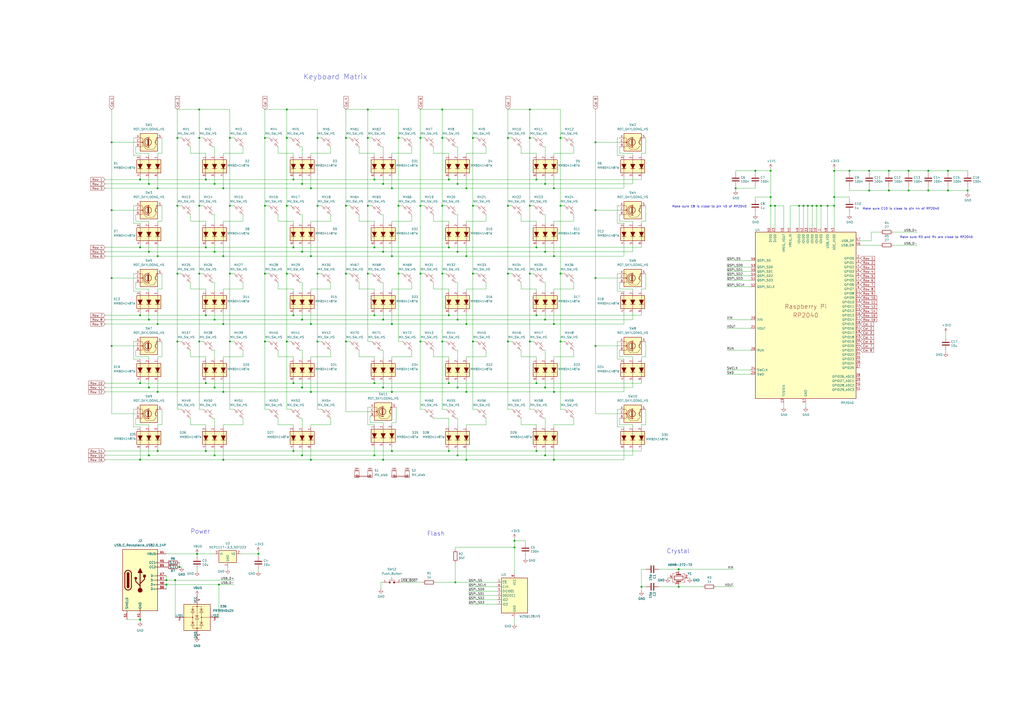
<source format=kicad_sch>
(kicad_sch (version 20231120) (generator "eeschema") (generator_version "8.0")
  (paper "A2")
  (junction (at 217.17 264.16))
  (junction (at 86.36 106.68))
  (junction (at 166.37 158.75))
  (junction (at 175.26 146.05))
  (junction (at 81.28 359.41))
  (junction (at 256.54 158.75))
  (junction (at 274.32 80.01))
  (junction (at 86.36 224.79))
  (junction (at 476.25 119.38))
  (junction (at 265.43 106.68))
  (junction (at 114.3 321.31))
  (junction (at 294.64 119.38))
  (junction (at 91.44 187.96))
  (junction (at 321.31 266.7))
  (junction (at 260.35 261.62))
  (junction (at 81.28 182.88))
  (junction (at 492.76 99.06))
  (junction (at 133.35 80.01))
  (junction (at 175.26 106.68))
  (junction (at 115.57 80.01))
  (junction (at 515.62 110.49))
  (junction (at 449.58 119.38))
  (junction (at 133.35 158.75))
  (junction (at 393.7 340.36))
  (junction (at 549.91 110.49))
  (junction (at 153.67 158.75))
  (junction (at 307.34 198.12))
  (junction (at 129.54 266.7))
  (junction (at 180.34 266.7))
  (junction (at 260.35 222.25))
  (junction (at 504.19 99.06))
  (junction (at 119.38 261.62))
  (junction (at 153.67 80.01))
  (junction (at 325.12 158.75))
  (junction (at 227.33 227.33))
  (junction (at 316.23 146.05))
  (junction (at 345.44 121.92))
  (junction (at 180.34 148.59))
  (junction (at 170.18 182.88))
  (junction (at 243.84 119.38))
  (junction (at 115.57 198.12))
  (junction (at 91.44 261.62))
  (junction (at 64.77 161.29))
  (junction (at 325.12 80.01))
  (junction (at 180.34 109.22))
  (junction (at 180.34 187.96))
  (junction (at 527.05 110.49))
  (junction (at 270.51 187.96))
  (junction (at 298.45 313.69))
  (junction (at 260.35 143.51))
  (junction (at 504.19 110.49))
  (junction (at 222.25 185.42))
  (junction (at 270.51 109.22))
  (junction (at 64.77 121.92))
  (junction (at 345.44 161.29))
  (junction (at 200.66 119.38))
  (junction (at 124.46 146.05))
  (junction (at 321.31 109.22))
  (junction (at 119.38 143.51))
  (junction (at 561.34 110.49))
  (junction (at 265.43 264.16))
  (junction (at 483.87 119.38))
  (junction (at 64.77 200.66))
  (junction (at 260.35 182.88))
  (junction (at 104.14 328.93))
  (junction (at 466.09 119.38))
  (junction (at 231.14 119.38))
  (junction (at 175.26 224.79))
  (junction (at 170.18 143.51))
  (junction (at 321.31 227.33))
  (junction (at 447.04 99.06))
  (junction (at 227.33 187.96))
  (junction (at 124.46 106.68))
  (junction (at 243.84 80.01))
  (junction (at 184.15 198.12))
  (junction (at 81.28 266.7))
  (junction (at 200.66 80.01))
  (junction (at 231.14 80.01))
  (junction (at 316.23 185.42))
  (junction (at 184.15 80.01))
  (junction (at 170.18 104.14))
  (junction (at 316.23 264.16))
  (junction (at 294.64 158.75))
  (junction (at 184.15 119.38))
  (junction (at 311.15 143.51))
  (junction (at 298.45 317.5))
  (junction (at 166.37 80.01))
  (junction (at 184.15 158.75))
  (junction (at 270.51 266.7))
  (junction (at 321.31 187.96))
  (junction (at 153.67 119.38))
  (junction (at 325.12 198.12))
  (junction (at 115.57 63.5))
  (junction (at 447.04 119.38))
  (junction (at 527.05 99.06))
  (junction (at 473.71 119.38))
  (junction (at 260.35 104.14))
  (junction (at 213.36 63.5))
  (junction (at 175.26 264.16))
  (junction (at 471.17 119.38))
  (junction (at 393.7 330.2))
  (junction (at 96.52 339.09))
  (junction (at 102.87 158.75))
  (junction (at 321.31 148.59))
  (junction (at 213.36 80.01))
  (junction (at 274.32 119.38))
  (junction (at 270.51 148.59))
  (junction (at 307.34 63.5))
  (junction (at 119.38 104.14))
  (junction (at 101.6 336.55))
  (junction (at 265.43 185.42))
  (junction (at 102.87 198.12))
  (junction (at 217.17 143.51))
  (junction (at 222.25 106.68))
  (junction (at 316.23 224.79))
  (junction (at 463.55 119.38))
  (junction (at 274.32 198.12))
  (junction (at 91.44 227.33))
  (junction (at 119.38 222.25))
  (junction (at 426.72 109.22))
  (junction (at 256.54 80.01))
  (junction (at 86.36 264.16))
  (junction (at 538.48 110.49))
  (junction (at 213.36 158.75))
  (junction (at 265.43 146.05))
  (junction (at 311.15 104.14))
  (junction (at 124.46 185.42))
  (junction (at 265.43 224.79))
  (junction (at 264.16 337.82))
  (junction (at 133.35 119.38))
  (junction (at 227.33 261.62))
  (junction (at 129.54 187.96))
  (junction (at 217.17 182.88))
  (junction (at 438.15 99.06))
  (junction (at 119.38 182.88))
  (junction (at 256.54 63.5))
  (junction (at 227.33 109.22))
  (junction (at 86.36 185.42))
  (junction (at 345.44 200.66))
  (junction (at 81.28 104.14))
  (junction (at 294.64 198.12))
  (junction (at 307.34 80.01))
  (junction (at 180.34 227.33))
  (junction (at 170.18 222.25))
  (junction (at 256.54 198.12))
  (junction (at 129.54 227.33))
  (junction (at 307.34 158.75))
  (junction (at 213.36 119.38))
  (junction (at 217.17 222.25))
  (junction (at 81.28 222.25))
  (junction (at 81.28 143.51))
  (junction (at 153.67 198.12))
  (junction (at 102.87 80.01))
  (junction (at 166.37 119.38))
  (junction (at 256.54 119.38))
  (junction (at 124.46 224.79))
  (junction (at 243.84 198.12))
  (junction (at 166.37 63.5))
  (junction (at 222.25 224.79))
  (junction (at 133.35 198.12))
  (junction (at 222.25 146.05))
  (junction (at 91.44 148.59))
  (junction (at 447.04 114.3))
  (junction (at 515.62 99.06))
  (junction (at 468.63 119.38))
  (junction (at 480.06 119.38))
  (junction (at 345.44 82.55))
  (junction (at 311.15 182.88))
  (junction (at 227.33 148.59))
  (junction (at 129.54 148.59))
  (junction (at 231.14 158.75))
  (junction (at 294.64 80.01))
  (junction (at 372.11 340.36))
  (junction (at 325.12 119.38))
  (junction (at 115.57 119.38))
  (junction (at 274.32 158.75))
  (junction (at 200.66 198.12))
  (junction (at 96.52 336.55))
  (junction (at 217.17 104.14))
  (junction (at 549.91 99.06))
  (junction (at 127 339.09))
  (junction (at 243.84 158.75))
  (junction (at 86.36 146.05))
  (junction (at 175.26 185.42))
  (junction (at 307.34 119.38))
  (junction (at 483.87 99.06))
  (junction (at 270.51 227.33))
  (junction (at 311.15 222.25))
  (junction (at 311.15 261.62))
  (junction (at 200.66 158.75))
  (junction (at 538.48 99.06))
  (junction (at 166.37 198.12))
  (junction (at 129.54 109.22))
  (junction (at 170.18 261.62))
  (junction (at 149.86 321.31))
  (junction (at 483.87 114.3))
  (junction (at 102.87 119.38))
  (junction (at 64.77 82.55))
  (junction (at 91.44 109.22))
  (junction (at 222.25 266.7))
  (junction (at 124.46 264.16))
  (junction (at 316.23 106.68))
  (junction (at 115.57 158.75))
  (wire (pts (xy 316.23 124.46) (xy 316.23 129.54)))
  (wire (pts (xy 139.7 321.31) (xy 149.86 321.31)))
  (wire (pts (xy 124.46 181.61) (xy 124.46 185.42)))
  (wire (pts (xy 78.74 158.75) (xy 77.47 158.75)))
  (wire (pts (xy 175.26 146.05) (xy 222.25 146.05)))
  (wire (pts (xy 265.43 142.24) (xy 265.43 146.05)))
  (wire (pts (xy 222.25 163.83) (xy 220.98 163.83)))
  (wire (pts (xy 149.86 330.2) (xy 149.86 331.47)))
  (wire (pts (xy 124.46 220.98) (xy 124.46 224.79)))
  (wire (pts (xy 447.04 119.38) (xy 447.04 132.08)))
  (wire (pts (xy 222.25 124.46) (xy 220.98 124.46)))
  (wire (pts (xy 180.34 220.98) (xy 180.34 227.33)))
  (wire (pts (xy 102.87 198.12) (xy 102.87 237.49)))
  (wire (pts (xy 102.87 158.75) (xy 102.87 198.12)))
  (wire (pts (xy 372.11 142.24) (xy 372.11 143.51)))
  (wire (pts (xy 345.44 240.03) (xy 345.44 200.66)))
  (wire (pts (xy 345.44 121.92) (xy 359.41 121.92)))
  (wire (pts (xy 548.64 193.04) (xy 548.64 195.58)))
  (wire (pts (xy 217.17 207.01) (xy 217.17 208.28)))
  (wire (pts (xy 110.49 88.9) (xy 110.49 85.09)))
  (wire (pts (xy 332.74 128.27) (xy 332.74 124.46)))
  (wire (pts (xy 276.86 237.49) (xy 274.32 237.49)))
  (wire (pts (xy 180.34 109.22) (xy 227.33 109.22)))
  (wire (pts (xy 81.28 359.41) (xy 81.28 360.68)))
  (wire (pts (xy 175.26 102.87) (xy 175.26 106.68)))
  (wire (pts (xy 325.12 158.75) (xy 325.12 198.12)))
  (wire (pts (xy 505.46 134.62) (xy 505.46 139.7)))
  (wire (pts (xy 135.89 119.38) (xy 133.35 119.38)))
  (wire (pts (xy 124.46 163.83) (xy 124.46 168.91)))
  (wire (pts (xy 265.43 163.83) (xy 264.16 163.83)))
  (wire (pts (xy 359.41 80.01) (xy 358.14 80.01)))
  (wire (pts (xy 217.17 220.98) (xy 217.17 222.25)))
  (wire (pts (xy 102.87 63.5) (xy 102.87 80.01)))
  (wire (pts (xy 78.74 246.38) (xy 86.36 246.38)))
  (wire (pts (xy 191.77 167.64) (xy 191.77 163.83)))
  (wire (pts (xy 60.96 187.96) (xy 91.44 187.96)))
  (wire (pts (xy 140.97 128.27) (xy 129.54 128.27)))
  (wire (pts (xy 270.51 246.38) (xy 270.51 247.65)))
  (wire (pts (xy 504.19 100.33) (xy 504.19 99.06)))
  (wire (pts (xy 294.64 119.38) (xy 294.64 158.75)))
  (wire (pts (xy 191.77 88.9) (xy 180.34 88.9)))
  (wire (pts (xy 316.23 163.83) (xy 314.96 163.83)))
  (wire (pts (xy 227.33 109.22) (xy 270.51 109.22)))
  (wire (pts (xy 93.98 128.27) (xy 91.44 128.27)))
  (wire (pts (xy 372.11 330.2) (xy 372.11 340.36)))
  (wire (pts (xy 238.76 167.64) (xy 238.76 163.83)))
  (wire (pts (xy 515.62 110.49) (xy 504.19 110.49)))
  (wire (pts (xy 200.66 63.5) (xy 200.66 80.01)))
  (wire (pts (xy 91.44 167.64) (xy 91.44 168.91)))
  (wire (pts (xy 358.14 158.75) (xy 358.14 168.91)))
  (wire (pts (xy 311.15 260.35) (xy 311.15 261.62)))
  (wire (pts (xy 421.64 162.56) (xy 435.61 162.56)))
  (wire (pts (xy 180.34 167.64) (xy 180.34 168.91)))
  (wire (pts (xy 276.86 198.12) (xy 274.32 198.12)))
  (wire (pts (xy 538.48 110.49) (xy 527.05 110.49)))
  (wire (pts (xy 60.96 109.22) (xy 91.44 109.22)))
  (wire (pts (xy 161.29 207.01) (xy 170.18 207.01)))
  (wire (pts (xy 468.63 132.08) (xy 468.63 119.38)))
  (wire (pts (xy 372.11 102.87) (xy 372.11 104.14)))
  (wire (pts (xy 302.26 207.01) (xy 311.15 207.01)))
  (wire (pts (xy 119.38 102.87) (xy 119.38 104.14)))
  (wire (pts (xy 264.16 326.39) (xy 264.16 337.82)))
  (wire (pts (xy 186.69 158.75) (xy 184.15 158.75)))
  (wire (pts (xy 265.43 203.2) (xy 265.43 208.28)))
  (wire (pts (xy 492.76 115.57) (xy 492.76 114.3)))
  (wire (pts (xy 93.98 158.75) (xy 93.98 167.64)))
  (wire (pts (xy 222.25 142.24) (xy 222.25 146.05)))
  (wire (pts (xy 180.34 187.96) (xy 227.33 187.96)))
  (wire (pts (xy 170.18 261.62) (xy 227.33 261.62)))
  (wire (pts (xy 367.03 224.79) (xy 367.03 220.98)))
  (wire (pts (xy 96.52 321.31) (xy 114.3 321.31)))
  (wire (pts (xy 213.36 158.75) (xy 215.9 158.75)))
  (wire (pts (xy 217.17 264.16) (xy 265.43 264.16)))
  (wire (pts (xy 208.28 207.01) (xy 217.17 207.01)))
  (wire (pts (xy 115.57 63.5) (xy 133.35 63.5)))
  (wire (pts (xy 265.43 85.09) (xy 265.43 90.17)))
  (wire (pts (xy 316.23 142.24) (xy 316.23 146.05)))
  (wire (pts (xy 374.65 158.75) (xy 374.65 167.64)))
  (wire (pts (xy 302.26 246.38) (xy 311.15 246.38)))
  (wire (pts (xy 78.74 80.01) (xy 77.47 80.01)))
  (wire (pts (xy 180.34 266.7) (xy 222.25 266.7)))
  (wire (pts (xy 161.29 128.27) (xy 170.18 128.27)))
  (wire (pts (xy 191.77 167.64) (xy 180.34 167.64)))
  (wire (pts (xy 93.98 246.38) (xy 91.44 246.38)))
  (wire (pts (xy 133.35 80.01) (xy 133.35 63.5)))
  (wire (pts (xy 101.6 336.55) (xy 101.6 358.14)))
  (wire (pts (xy 483.87 99.06) (xy 483.87 114.3)))
  (wire (pts (xy 302.26 167.64) (xy 302.26 163.83)))
  (wire (pts (xy 359.41 203.2) (xy 359.41 207.01)))
  (wire (pts (xy 243.84 80.01) (xy 243.84 119.38)))
  (wire (pts (xy 260.35 143.51) (xy 311.15 143.51)))
  (wire (pts (xy 93.98 80.01) (xy 93.98 88.9)))
  (wire (pts (xy 447.04 97.79) (xy 447.04 99.06)))
  (wire (pts (xy 483.87 99.06) (xy 492.76 99.06)))
  (wire (pts (xy 302.26 128.27) (xy 302.26 124.46)))
  (wire (pts (xy 435.61 151.13) (xy 421.64 151.13)))
  (wire (pts (xy 91.44 109.22) (xy 129.54 109.22)))
  (wire (pts (xy 238.76 88.9) (xy 238.76 85.09)))
  (wire (pts (xy 372.11 167.64) (xy 372.11 168.91)))
  (wire (pts (xy 170.18 128.27) (xy 170.18 129.54)))
  (wire (pts (xy 415.29 340.36) (xy 425.45 340.36)))
  (wire (pts (xy 316.23 224.79) (xy 367.03 224.79)))
  (wire (pts (xy 78.74 163.83) (xy 78.74 167.64)))
  (wire (pts (xy 307.34 158.75) (xy 307.34 198.12)))
  (wire (pts (xy 200.66 119.38) (xy 200.66 158.75)))
  (wire (pts (xy 180.34 88.9) (xy 180.34 90.17)))
  (wire (pts (xy 466.09 132.08) (xy 466.09 119.38)))
  (wire (pts (xy 327.66 198.12) (xy 325.12 198.12)))
  (wire (pts (xy 243.84 198.12) (xy 246.38 198.12)))
  (wire (pts (xy 186.69 80.01) (xy 184.15 80.01)))
  (wire (pts (xy 132.08 328.93) (xy 132.08 330.2)))
  (wire (pts (xy 270.51 102.87) (xy 270.51 109.22)))
  (wire (pts (xy 561.34 107.95) (xy 561.34 110.49)))
  (wire (pts (xy 78.74 88.9) (xy 86.36 88.9)))
  (wire (pts (xy 321.31 142.24) (xy 321.31 148.59)))
  (wire (pts (xy 358.14 237.49) (xy 358.14 247.65)))
  (wire (pts (xy 473.71 119.38) (xy 476.25 119.38)))
  (wire (pts (xy 281.94 128.27) (xy 281.94 124.46)))
  (wire (pts (xy 213.36 80.01) (xy 213.36 119.38)))
  (wire (pts (xy 78.74 203.2) (xy 78.74 207.01)))
  (wire (pts (xy 124.46 203.2) (xy 124.46 208.28)))
  (wire (pts (xy 102.87 119.38) (xy 105.41 119.38)))
  (wire (pts (xy 435.61 203.2) (xy 421.64 203.2)))
  (wire (pts (xy 270.51 266.7) (xy 321.31 266.7)))
  (wire (pts (xy 426.72 109.22) (xy 426.72 110.49)))
  (wire (pts (xy 316.23 85.09) (xy 316.23 90.17)))
  (wire (pts (xy 374.65 119.38) (xy 374.65 128.27)))
  (wire (pts (xy 175.26 260.35) (xy 175.26 264.16)))
  (wire (pts (xy 307.34 80.01) (xy 309.88 80.01)))
  (wire (pts (xy 426.72 100.33) (xy 426.72 99.06)))
  (wire (pts (xy 274.32 80.01) (xy 274.32 119.38)))
  (wire (pts (xy 438.15 123.19) (xy 438.15 124.46)))
  (wire (pts (xy 480.06 132.08) (xy 480.06 119.38)))
  (wire (pts (xy 374.65 246.38) (xy 372.11 246.38)))
  (wire (pts (xy 213.36 158.75) (xy 213.36 198.12)))
  (wire (pts (xy 213.36 246.38) (xy 217.17 246.38)))
  (wire (pts (xy 476.25 119.38) (xy 480.06 119.38)))
  (wire (pts (xy 200.66 198.12) (xy 200.66 238.76)))
  (wire (pts (xy 316.23 124.46) (xy 314.96 124.46)))
  (wire (pts (xy 302.26 246.38) (xy 302.26 242.57)))
  (wire (pts (xy 264.16 317.5) (xy 298.45 317.5)))
  (wire (pts (xy 60.96 227.33) (xy 91.44 227.33)))
  (wire (pts (xy 227.33 261.62) (xy 260.35 261.62)))
  (wire (pts (xy 93.98 167.64) (xy 91.44 167.64)))
  (wire (pts (xy 281.94 167.64) (xy 281.94 163.83)))
  (wire (pts (xy 274.32 158.75) (xy 274.32 198.12)))
  (wire (pts (xy 518.16 134.62) (xy 532.13 134.62)))
  (wire (pts (xy 316.23 260.35) (xy 316.23 264.16)))
  (wire (pts (xy 213.36 80.01) (xy 215.9 80.01)))
  (wire (pts (xy 316.23 185.42) (xy 367.03 185.42)))
  (wire (pts (xy 316.23 242.57) (xy 316.23 247.65)))
  (wire (pts (xy 222.25 220.98) (xy 222.25 224.79)))
  (wire (pts (xy 175.26 242.57) (xy 175.26 247.65)))
  (wire (pts (xy 302.26 167.64) (xy 311.15 167.64)))
  (wire (pts (xy 124.46 102.87) (xy 124.46 106.68)))
  (wire (pts (xy 127 339.09) (xy 127 358.14)))
  (wire (pts (xy 321.31 246.38) (xy 321.31 247.65)))
  (wire (pts (xy 260.35 167.64) (xy 260.35 168.91)))
  (wire (pts (xy 64.77 200.66) (xy 78.74 200.66)))
  (wire (pts (xy 127 339.09) (xy 135.89 339.09)))
  (wire (pts (xy 129.54 88.9) (xy 129.54 90.17)))
  (wire (pts (xy 359.41 198.12) (xy 358.14 198.12)))
  (wire (pts (xy 294.64 63.5) (xy 294.64 80.01)))
  (wire (pts (xy 91.44 220.98) (xy 91.44 227.33)))
  (wire (pts (xy 325.12 63.5) (xy 325.12 80.01)))
  (wire (pts (xy 91.44 260.35) (xy 91.44 261.62)))
  (wire (pts (xy 238.76 207.01) (xy 227.33 207.01)))
  (wire (pts (xy 91.44 246.38) (xy 91.44 247.65)))
  (wire (pts (xy 438.15 109.22) (xy 438.15 107.95)))
  (wire (pts (xy 504.19 110.49) (xy 492.76 110.49)))
  (wire (pts (xy 265.43 102.87) (xy 265.43 106.68)))
  (wire (pts (xy 129.54 260.35) (xy 129.54 266.7)))
  (wire (pts (xy 124.46 224.79) (xy 175.26 224.79)))
  (wire (pts (xy 321.31 109.22) (xy 361.95 109.22)))
  (wire (pts (xy 359.41 167.64) (xy 367.03 167.64)))
  (wire (pts (xy 129.54 181.61) (xy 129.54 187.96)))
  (wire (pts (xy 60.96 261.62) (xy 91.44 261.62)))
  (wire (pts (xy 421.64 185.42) (xy 435.61 185.42)))
  (wire (pts (xy 270.51 227.33) (xy 321.31 227.33)))
  (wire (pts (xy 129.54 142.24) (xy 129.54 148.59)))
  (wire (pts (xy 302.26 88.9) (xy 302.26 85.09)))
  (wire (pts (xy 321.31 167.64) (xy 321.31 168.91)))
  (wire (pts (xy 110.49 246.38) (xy 119.38 246.38)))
  (wire (pts (xy 549.91 110.49) (xy 561.34 110.49)))
  (wire (pts (xy 191.77 128.27) (xy 180.34 128.27)))
  (wire (pts (xy 265.43 224.79) (xy 316.23 224.79)))
  (wire (pts (xy 316.23 102.87) (xy 316.23 106.68)))
  (wire (pts (xy 77.47 158.75) (xy 77.47 168.91)))
  (wire (pts (xy 393.7 339.09) (xy 393.7 340.36)))
  (wire (pts (xy 243.84 80.01) (xy 246.38 80.01)))
  (wire (pts (xy 222.25 337.82) (xy 220.98 337.82)))
  (wire (pts (xy 175.26 142.24) (xy 175.26 146.05)))
  (wire (pts (xy 229.87 236.22) (xy 229.87 245.11)))
  (wire (pts (xy 153.67 63.5) (xy 153.67 80.01)))
  (wire (pts (xy 233.68 198.12) (xy 231.14 198.12)))
  (wire (pts (xy 307.34 119.38) (xy 309.88 119.38)))
  (wire (pts (xy 86.36 207.01) (xy 86.36 208.28)))
  (wire (pts (xy 251.46 128.27) (xy 260.35 128.27)))
  (wire (pts (xy 78.74 119.38) (xy 77.47 119.38)))
  (wire (pts (xy 133.35 198.12) (xy 133.35 237.49)))
  (wire (pts (xy 307.34 80.01) (xy 307.34 119.38)))
  (wire (pts (xy 294.64 158.75) (xy 297.18 158.75)))
  (wire (pts (xy 129.54 207.01) (xy 129.54 208.28)))
  (wire (pts (xy 96.52 334.01) (xy 96.52 336.55)))
  (wire (pts (xy 124.46 106.68) (xy 175.26 106.68)))
  (wire (pts (xy 81.28 222.25) (xy 119.38 222.25)))
  (wire (pts (xy 78.74 242.57) (xy 78.74 246.38)))
  (wire (pts (xy 327.66 119.38) (xy 325.12 119.38)))
  (wire (pts (xy 153.67 158.75) (xy 153.67 198.12)))
  (wire (pts (xy 251.46 242.57) (xy 260.35 242.57)))
  (wire (pts (xy 527.05 107.95) (xy 527.05 110.49)))
  (wire (pts (xy 321.31 220.98) (xy 321.31 227.33)))
  (wire (pts (xy 270.51 220.98) (xy 270.51 227.33)))
  (wire (pts (xy 153.67 119.38) (xy 153.67 158.75)))
  (wire (pts (xy 77.47 208.28) (xy 81.28 208.28)))
  (wire (pts (xy 294.64 63.5) (xy 307.34 63.5)))
  (wire (pts (xy 129.54 167.64) (xy 129.54 168.91)))
  (wire (pts (xy 170.18 207.01) (xy 170.18 208.28)))
  (wire (pts (xy 217.17 104.14) (xy 260.35 104.14)))
  (wire (pts (xy 135.89 158.75) (xy 133.35 158.75)))
  (wire (pts (xy 332.74 88.9) (xy 321.31 88.9)))
  (wire (pts (xy 245.11 337.82) (xy 232.41 337.82)))
  (wire (pts (xy 483.87 119.38) (xy 483.87 132.08)))
  (wire (pts (xy 115.57 237.49) (xy 118.11 237.49)))
  (wire (pts (xy 222.25 163.83) (xy 222.25 168.91)))
  (wire (pts (xy 471.17 132.08) (xy 471.17 119.38)))
  (wire (pts (xy 81.28 260.35) (xy 81.28 266.7)))
  (wire (pts (xy 78.74 207.01) (xy 86.36 207.01)))
  (wire (pts (xy 64.77 240.03) (xy 78.74 240.03)))
  (wire (pts (xy 208.28 88.9) (xy 208.28 85.09)))
  (wire (pts (xy 60.96 182.88) (xy 81.28 182.88)))
  (wire (pts (xy 217.17 143.51) (xy 260.35 143.51)))
  (wire (pts (xy 265.43 220.98) (xy 265.43 224.79)))
  (wire (pts (xy 307.34 198.12) (xy 309.88 198.12)))
  (wire (pts (xy 135.89 198.12) (xy 133.35 198.12)))
  (wire (pts (xy 208.28 88.9) (xy 217.17 88.9)))
  (wire (pts (xy 186.69 237.49) (xy 184.15 237.49)))
  (wire (pts (xy 238.76 128.27) (xy 227.33 128.27)))
  (wire (pts (xy 170.18 181.61) (xy 170.18 182.88)))
  (wire (pts (xy 191.77 246.38) (xy 180.34 246.38)))
  (wire (pts (xy 153.67 80.01) (xy 153.67 119.38)))
  (wire (pts (xy 166.37 119.38) (xy 166.37 158.75)))
  (wire (pts (xy 64.77 82.55) (xy 78.74 82.55)))
  (wire (pts (xy 332.74 207.01) (xy 321.31 207.01)))
  (wire (pts (xy 302.26 128.27) (xy 311.15 128.27)))
  (wire (pts (xy 549.91 100.33) (xy 549.91 99.06)))
  (wire (pts (xy 227.33 102.87) (xy 227.33 109.22)))
  (wire (pts (xy 86.36 185.42) (xy 124.46 185.42)))
  (wire (pts (xy 170.18 220.98) (xy 170.18 222.25)))
  (wire (pts (xy 175.26 181.61) (xy 175.26 185.42)))
  (wire (pts (xy 91.44 148.59) (xy 129.54 148.59)))
  (wire (pts (xy 227.33 167.64) (xy 227.33 168.91)))
  (wire (pts (xy 447.04 99.06) (xy 447.04 114.3)))
  (wire (pts (xy 260.35 142.24) (xy 260.35 143.51)))
  (wire (pts (xy 129.54 148.59) (xy 180.34 148.59)))
  (wire (pts (xy 208.28 128.27) (xy 217.17 128.27)))
  (wire (pts (xy 454.66 119.38) (xy 449.58 119.38)))
  (wire (pts (xy 345.44 82.55) (xy 359.41 82.55)))
  (wire (pts (xy 345.44 200.66) (xy 345.44 161.29)))
  (wire (pts (xy 374.65 330.2) (xy 372.11 330.2)))
  (wire (pts (xy 325.12 198.12) (xy 325.12 237.49)))
  (wire (pts (xy 129.54 187.96) (xy 180.34 187.96)))
  (wire (pts (xy 200.66 119.38) (xy 203.2 119.38)))
  (wire (pts (xy 361.95 181.61) (xy 361.95 187.96)))
  (wire (pts (xy 227.33 88.9) (xy 227.33 90.17)))
  (wire (pts (xy 270.51 187.96) (xy 321.31 187.96)))
  (wire (pts (xy 260.35 242.57) (xy 260.35 247.65)))
  (wire (pts (xy 304.8 322.58) (xy 304.8 323.85)))
  (wire (pts (xy 311.15 207.01) (xy 311.15 208.28)))
  (wire (pts (xy 265.43 264.16) (xy 316.23 264.16)))
  (wire (pts (xy 161.29 167.64) (xy 170.18 167.64)))
  (wire (pts (xy 180.34 128.27) (xy 180.34 129.54)))
  (wire (pts (xy 294.64 198.12) (xy 294.64 237.49)))
  (wire (pts (xy 311.15 167.64) (xy 311.15 168.91)))
  (wire (pts (xy 115.57 80.01) (xy 118.11 80.01)))
  (wire (pts (xy 129.54 102.87) (xy 129.54 109.22)))
  (wire (pts (xy 78.74 128.27) (xy 86.36 128.27)))
  (wire (pts (xy 208.28 167.64) (xy 217.17 167.64)))
  (wire (pts (xy 281.94 207.01) (xy 270.51 207.01)))
  (wire (pts (xy 243.84 158.75) (xy 246.38 158.75)))
  (wire (pts (xy 256.54 158.75) (xy 259.08 158.75)))
  (wire (pts (xy 213.36 63.5) (xy 213.36 80.01)))
  (wire (pts (xy 217.17 222.25) (xy 260.35 222.25)))
  (wire (pts (xy 115.57 198.12) (xy 118.11 198.12)))
  (wire (pts (xy 332.74 88.9) (xy 332.74 85.09)))
  (wire (pts (xy 311.15 142.24) (xy 311.15 143.51)))
  (wire (pts (xy 149.86 321.31) (xy 149.86 320.04)))
  (wire (pts (xy 175.26 163.83) (xy 173.99 163.83)))
  (wire (pts (xy 110.49 128.27) (xy 110.49 124.46)))
  (wire (pts (xy 492.76 123.19) (xy 492.76 124.46)))
  (wire (pts (xy 270.51 260.35) (xy 270.51 266.7)))
  (wire (pts (xy 256.54 80.01) (xy 259.08 80.01)))
  (wire (pts (xy 332.74 167.64) (xy 321.31 167.64)))
  (wire (pts (xy 281.94 207.01) (xy 281.94 203.2)))
  (wire (pts (xy 140.97 167.64) (xy 140.97 163.83)))
  (wire (pts (xy 222.25 245.11) (xy 222.25 246.38)))
  (wire (pts (xy 311.15 104.14) (xy 372.11 104.14)))
  (wire (pts (xy 468.63 119.38) (xy 471.17 119.38)))
  (wire (pts (xy 227.33 220.98) (xy 227.33 227.33)))
  (wire (pts (xy 372.11 88.9) (xy 372.11 90.17)))
  (wire (pts (xy 499.11 142.24) (xy 510.54 142.24)))
  (wire (pts (xy 382.27 330.2) (xy 393.7 330.2)))
  (wire (pts (xy 91.44 142.24) (xy 91.44 148.59)))
  (wire (pts (xy 175.26 242.57) (xy 173.99 242.57)))
  (wire (pts (xy 466.09 119.38) (xy 468.63 119.38)))
  (wire (pts (xy 191.77 207.01) (xy 191.77 203.2)))
  (wire (pts (xy 327.66 80.01) (xy 325.12 80.01)))
  (wire (pts (xy 161.29 207.01) (xy 161.29 203.2)))
  (wire (pts (xy 316.23 203.2) (xy 316.23 208.28)))
  (wire (pts (xy 294.64 119.38) (xy 297.18 119.38)))
  (wire (pts (xy 227.33 187.96) (xy 270.51 187.96)))
  (wire (pts (xy 184.15 63.5) (xy 184.15 80.01)))
  (wire (pts (xy 270.51 142.24) (xy 270.51 148.59)))
  (wire (pts (xy 119.38 143.51) (xy 170.18 143.51)))
  (wire (pts (xy 311.15 102.87) (xy 311.15 104.14)))
  (wire (pts (xy 321.31 266.7) (xy 361.95 266.7)))
  (wire (pts (xy 81.28 143.51) (xy 119.38 143.51)))
  (wire (pts (xy 345.44 161.29) (xy 345.44 121.92)))
  (wire (pts (xy 60.96 266.7) (xy 81.28 266.7)))
  (wire (pts (xy 86.36 128.27) (xy 86.36 129.54)))
  (wire (pts (xy 86.36 142.24) (xy 86.36 146.05)))
  (wire (pts (xy 102.87 119.38) (xy 102.87 158.75)))
  (wire (pts (xy 260.35 261.62) (xy 311.15 261.62)))
  (wire (pts (xy 91.44 102.87) (xy 91.44 109.22)))
  (wire (pts (xy 114.3 330.2) (xy 114.3 331.47)))
  (wire (pts (xy 398.78 335.28) (xy 400.05 335.28)))
  (wire (pts (xy 220.98 337.82) (xy 220.98 341.63)))
  (wire (pts (xy 372.11 128.27) (xy 372.11 129.54)))
  (wire (pts (xy 264.16 337.82) (xy 288.29 337.82)))
  (wire (pts (xy 214.63 245.11) (xy 222.25 245.11)))
  (wire (pts (xy 302.26 207.01) (xy 302.26 203.2)))
  (wire (pts (xy 217.17 259.08) (xy 217.17 264.16)))
  (wire (pts (xy 170.18 246.38) (xy 170.18 247.65)))
  (wire (pts (xy 175.26 203.2) (xy 173.99 203.2)))
  (wire (pts (xy 200.66 158.75) (xy 200.66 198.12)))
  (wire (pts (xy 294.64 80.01) (xy 297.18 80.01)))
  (wire (pts (xy 361.95 148.59) (xy 361.95 142.24)))
  (wire (pts (xy 114.3 322.58) (xy 114.3 321.31)))
  (wire (pts (xy 119.38 104.14) (xy 170.18 104.14)))
  (wire (pts (xy 124.46 85.09) (xy 124.46 90.17)))
  (wire (pts (xy 102.87 198.12) (xy 105.41 198.12)))
  (wire (pts (xy 102.87 237.49) (xy 105.41 237.49)))
  (wire (pts (xy 321.31 227.33) (xy 361.95 227.33)))
  (wire (pts (xy 251.46 167.64) (xy 251.46 163.83)))
  (wire (pts (xy 426.72 99.06) (xy 438.15 99.06)))
  (wire (pts (xy 316.23 264.16) (xy 367.03 264.16)))
  (wire (pts (xy 374.65 128.27) (xy 372.11 128.27)))
  (wire (pts (xy 91.44 187.96) (xy 129.54 187.96)))
  (wire (pts (xy 78.74 124.46) (xy 78.74 128.27)))
  (wire (pts (xy 91.44 128.27) (xy 91.44 129.54)))
  (wire (pts (xy 274.32 119.38) (xy 274.32 158.75)))
  (wire (pts (xy 110.49 246.38) (xy 110.49 242.57)))
  (wire (pts (xy 175.26 264.16) (xy 217.17 264.16)))
  (wire (pts (xy 227.33 142.24) (xy 227.33 148.59)))
  (wire (pts (xy 316.23 181.61) (xy 316.23 185.42)))
  (wire (pts (xy 129.54 266.7) (xy 180.34 266.7)))
  (wire (pts (xy 77.47 90.17) (xy 81.28 90.17)))
  (wire (pts (xy 124.46 163.83) (xy 123.19 163.83)))
  (wire (pts (xy 81.28 266.7) (xy 129.54 266.7)))
  (wire (pts (xy 166.37 119.38) (xy 168.91 119.38)))
  (wire (pts (xy 345.44 200.66) (xy 359.41 200.66)))
  (wire (pts (xy 170.18 88.9) (xy 170.18 90.17)))
  (wire (pts (xy 110.49 167.64) (xy 110.49 163.83)))
  (wire (pts (xy 64.77 82.55) (xy 64.77 121.92)))
  (wire (pts (xy 251.46 88.9) (xy 260.35 88.9)))
  (wire (pts (xy 124.46 124.46) (xy 124.46 129.54)))
  (wire (pts (xy 175.26 185.42) (xy 222.25 185.42)))
  (wire (pts (xy 421.64 160.02) (xy 435.61 160.02)))
  (wire (pts (xy 454.66 132.08) (xy 454.66 119.38)))
  (wire (pts (xy 374.65 340.36) (xy 372.11 340.36)))
  (wire (pts (xy 78.74 85.09) (xy 78.74 88.9)))
  (wire (pts (xy 548.64 203.2) (xy 548.64 204.47)))
  (wire (pts (xy 60.96 264.16) (xy 86.36 264.16)))
  (wire (pts (xy 222.25 259.08) (xy 222.25 266.7)))
  (wire (pts (xy 243.84 63.5) (xy 256.54 63.5)))
  (wire (pts (xy 170.18 102.87) (xy 170.18 104.14)))
  (wire (pts (xy 110.49 128.27) (xy 119.38 128.27)))
  (wire (pts (xy 73.66 359.41) (xy 81.28 359.41)))
  (wire (pts (xy 265.43 242.57) (xy 265.43 247.65)))
  (wire (pts (xy 358.14 198.12) (xy 358.14 208.28)))
  (wire (pts (xy 311.15 222.25) (xy 372.11 222.25)))
  (wire (pts (xy 129.54 220.98) (xy 129.54 227.33)))
  (wire (pts (xy 311.15 261.62) (xy 372.11 261.62)))
  (wire (pts (xy 78.74 167.64) (xy 86.36 167.64)))
  (wire (pts (xy 153.67 158.75) (xy 156.21 158.75)))
  (wire (pts (xy 374.65 198.12) (xy 374.65 207.01)))
  (wire (pts (xy 60.96 222.25) (xy 81.28 222.25)))
  (wire (pts (xy 374.65 237.49) (xy 374.65 246.38)))
  (wire (pts (xy 166.37 198.12) (xy 166.37 237.49)))
  (wire (pts (xy 86.36 264.16) (xy 124.46 264.16)))
  (wire (pts (xy 231.14 158.75) (xy 231.14 198.12)))
  (wire (pts (xy 77.47 237.49) (xy 77.47 247.65)))
  (wire (pts (xy 191.77 246.38) (xy 191.77 242.57)))
  (wire (pts (xy 327.66 237.49) (xy 325.12 237.49)))
  (wire (pts (xy 256.54 198.12) (xy 256.54 237.49)))
  (wire (pts (xy 119.38 220.98) (xy 119.38 222.25)))
  (wire (pts (xy 438.15 100.33) (xy 438.15 99.06)))
  (wire (pts (xy 208.28 167.64) (xy 208.28 163.83)))
  (wire (pts (xy 527.05 110.49) (xy 515.62 110.49)))
  (wire (pts (xy 274.32 63.5) (xy 274.32 80.01)))
  (wire (pts (xy 175.26 85.09) (xy 175.26 90.17)))
  (wire (pts (xy 426.72 109.22) (xy 438.15 109.22)))
  (wire (pts (xy 175.26 85.09) (xy 173.99 85.09)))
  (wire (pts (xy 321.31 128.27) (xy 321.31 129.54)))
  (wire (pts (xy 435.61 214.63) (xy 421.64 214.63)))
  (wire (pts (xy 256.54 158.75) (xy 256.54 198.12)))
  (wire (pts (xy 359.41 163.83) (xy 359.41 167.64)))
  (wire (pts (xy 77.47 198.12) (xy 77.47 208.28)))
  (wire (pts (xy 129.54 227.33) (xy 180.34 227.33)))
  (wire (pts (xy 265.43 124.46) (xy 264.16 124.46)))
  (wire (pts (xy 77.47 119.38) (xy 77.47 129.54)))
  (wire (pts (xy 276.86 80.01) (xy 274.32 80.01)))
  (wire (pts (xy 161.29 88.9) (xy 170.18 88.9)))
  (wire (pts (xy 115.57 198.12) (xy 115.57 237.49)))
  (wire (pts (xy 166.37 198.12) (xy 168.91 198.12)))
  (wire (pts (xy 119.38 128.27) (xy 119.38 129.54)))
  (wire (pts (xy 166.37 237.49) (xy 168.91 237.49)))
  (wire (pts (xy 175.26 106.68) (xy 222.25 106.68)))
  (wire (pts (xy 93.98 198.12) (xy 93.98 207.01)))
  (wire (pts (xy 86.36 220.98) (xy 86.36 224.79)))
  (wire (pts (xy 93.98 88.9) (xy 91.44 88.9)))
  (wire (pts (xy 60.96 185.42) (xy 86.36 185.42)))
  (wire (pts (xy 243.84 158.75) (xy 243.84 198.12)))
  (wire (pts (xy 435.61 166.37) (xy 421.64 166.37)))
  (wire (pts (xy 153.67 80.01) (xy 156.21 80.01)))
  (wire (pts (xy 238.76 207.01) (xy 238.76 203.2)))
  (wire (pts (xy 276.86 158.75) (xy 274.32 158.75)))
  (wire (pts (xy 217.17 128.27) (xy 217.17 129.54)))
  (wire (pts (xy 270.51 167.64) (xy 270.51 168.91)))
  (wire (pts (xy 260.35 181.61) (xy 260.35 182.88)))
  (wire (pts (xy 359.41 119.38) (xy 358.14 119.38)))
  (wire (pts (xy 372.11 260.35) (xy 372.11 261.62)))
  (wire (pts (xy 499.11 139.7) (xy 505.46 139.7)))
  (wire (pts (xy 124.46 242.57) (xy 124.46 247.65)))
  (wire (pts (xy 298.45 312.42) (xy 298.45 313.69)))
  (wire (pts (xy 227.33 181.61) (xy 227.33 187.96)))
  (wire (pts (xy 96.52 339.09) (xy 127 339.09)))
  (wire (pts (xy 260.35 182.88) (xy 311.15 182.88)))
  (wire (pts (xy 374.65 207.01) (xy 372.11 207.01)))
  (wire (pts (xy 233.68 158.75) (xy 231.14 158.75)))
  (wire (pts (xy 213.36 198.12) (xy 215.9 198.12)))
  (wire (pts (xy 140.97 128.27) (xy 140.97 124.46)))
  (wire (pts (xy 91.44 181.61) (xy 91.44 187.96)))
  (wire (pts (xy 161.29 246.38) (xy 161.29 242.57)))
  (wire (pts (xy 463.55 119.38) (xy 466.09 119.38)))
  (wire (pts (xy 60.96 224.79) (xy 86.36 224.79)))
  (wire (pts (xy 265.43 106.68) (xy 316.23 106.68)))
  (wire (pts (xy 114.3 370.84) (xy 114.3 369.57)))
  (wire (pts (xy 208.28 128.27) (xy 208.28 124.46)))
  (wire (pts (xy 140.97 167.64) (xy 129.54 167.64)))
  (wire (pts (xy 359.41 237.49) (xy 358.14 237.49)))
  (wire (pts (xy 359.41 242.57) (xy 359.41 246.38)))
  (wire (pts (xy 222.25 224.79) (xy 265.43 224.79)))
  (wire (pts (xy 518.16 142.24) (xy 532.13 142.24)))
  (wire (pts (xy 119.38 207.01) (xy 119.38 208.28)))
  (wire (pts (xy 60.96 106.68) (xy 86.36 106.68)))
  (wire (pts (xy 93.98 237.49) (xy 93.98 246.38)))
  (wire (pts (xy 231.14 119.38) (xy 231.14 158.75)))
  (wire (pts (xy 316.23 220.98) (xy 316.23 224.79)))
  (wire (pts (xy 184.15 80.01) (xy 184.15 119.38)))
  (wire (pts (xy 64.77 161.29) (xy 78.74 161.29)))
  (wire (pts (xy 260.35 207.01) (xy 260.35 208.28)))
  (wire (pts (xy 175.26 224.79) (xy 222.25 224.79)))
  (wire (pts (xy 222.25 203.2) (xy 220.98 203.2)))
  (wire (pts (xy 270.51 88.9) (xy 270.51 90.17)))
  (wire (pts (xy 233.68 80.01) (xy 231.14 80.01)))
  (wire (pts (xy 345.44 121.92) (xy 345.44 82.55)))
  (wire (pts (xy 372.11 207.01) (xy 372.11 208.28)))
  (wire (pts (xy 222.25 203.2) (xy 222.25 208.28)))
  (wire (pts (xy 538.48 99.06) (xy 549.91 99.06)))
  (wire (pts (xy 77.47 129.54) (xy 81.28 129.54)))
  (wire (pts (xy 86.36 181.61) (xy 86.36 185.42)))
  (wire (pts (xy 311.15 182.88) (xy 372.11 182.88)))
  (wire (pts (xy 77.47 80.01) (xy 77.47 90.17)))
  (wire (pts (xy 119.38 261.62) (xy 170.18 261.62)))
  (wire (pts (xy 227.33 227.33) (xy 270.51 227.33)))
  (wire (pts (xy 222.25 106.68) (xy 265.43 106.68)))
  (wire (pts (xy 251.46 167.64) (xy 260.35 167.64)))
  (wire (pts (xy 298.45 361.95) (xy 298.45 358.14)))
  (wire (pts (xy 119.38 182.88) (xy 170.18 182.88)))
  (wire (pts (xy 321.31 102.87) (xy 321.31 109.22)))
  (wire (pts (xy 96.52 339.09) (xy 96.52 341.63)))
  (wire (pts (xy 538.48 100.33) (xy 538.48 99.06)))
  (wire (pts (xy 243.84 119.38) (xy 243.84 158.75)))
  (wire (pts (xy 217.17 182.88) (xy 260.35 182.88)))
  (wire (pts (xy 124.46 85.09) (xy 123.19 85.09)))
  (wire (pts (xy 243.84 198.12) (xy 243.84 237.49)))
  (wire (pts (xy 86.36 88.9) (xy 86.36 90.17)))
  (wire (pts (xy 140.97 88.9) (xy 129.54 88.9)))
  (wire (pts (xy 243.84 119.38) (xy 246.38 119.38)))
  (wire (pts (xy 110.49 167.64) (xy 119.38 167.64)))
  (wire (pts (xy 175.26 163.83) (xy 175.26 168.91)))
  (wire (pts (xy 161.29 88.9) (xy 161.29 85.09)))
  (wire (pts (xy 86.36 106.68) (xy 124.46 106.68)))
  (wire (pts (xy 166.37 80.01) (xy 168.91 80.01)))
  (wire (pts (xy 294.64 80.01) (xy 294.64 119.38)))
  (wire (pts (xy 105.41 328.93) (xy 104.14 328.93)))
  (wire (pts (xy 91.44 261.62) (xy 119.38 261.62)))
  (wire (pts (xy 538.48 107.95) (xy 538.48 110.49)))
  (wire (pts (xy 359.41 158.75) (xy 358.14 158.75)))
  (wire (pts (xy 276.86 119.38) (xy 274.32 119.38)))
  (wire (pts (xy 102.87 80.01) (xy 105.41 80.01)))
  (wire (pts (xy 231.14 63.5) (xy 231.14 80.01)))
  (wire (pts (xy 372.11 181.61) (xy 372.11 182.88)))
  (wire (pts (xy 170.18 142.24) (xy 170.18 143.51)))
  (wire (pts (xy 321.31 260.35) (xy 321.31 266.7)))
  (wire (pts (xy 60.96 146.05) (xy 86.36 146.05)))
  (wire (pts (xy 359.41 88.9) (xy 367.03 88.9)))
  (wire (pts (xy 449.58 119.38) (xy 447.04 119.38)))
  (wire (pts (xy 467.36 233.68) (xy 467.36 236.22)))
  (wire (pts (xy 387.35 335.28) (xy 388.62 335.28)))
  (wire (pts (xy 175.26 203.2) (xy 175.26 208.28)))
  (wire (pts (xy 288.29 342.9) (xy 271.78 342.9)))
  (wire (pts (xy 359.41 246.38) (xy 367.03 246.38)))
  (wire (pts (xy 307.34 198.12) (xy 307.34 237.49)))
  (wire (pts (xy 238.76 88.9) (xy 227.33 88.9)))
  (wire (pts (xy 316.23 203.2) (xy 314.96 203.2)))
  (wire (pts (xy 184.15 119.38) (xy 184.15 158.75)))
  (wire (pts (xy 332.74 207.01) (xy 332.74 203.2)))
  (wire (pts (xy 438.15 115.57) (xy 438.15 114.3)))
  (wire (pts (xy 358.14 247.65) (xy 361.95 247.65)))
  (wire (pts (xy 77.47 168.91) (xy 81.28 168.91)))
  (wire (pts (xy 166.37 158.75) (xy 166.37 198.12)))
  (wire (pts (xy 256.54 237.49) (xy 259.08 237.49)))
  (wire (pts (xy 91.44 227.33) (xy 129.54 227.33)))
  (wire (pts (xy 435.61 190.5) (xy 421.64 190.5)))
  (wire (pts (xy 115.57 80.01) (xy 115.57 119.38)))
  (wire (pts (xy 200.66 80.01) (xy 203.2 80.01)))
  (wire (pts (xy 345.44 161.29) (xy 359.41 161.29)))
  (wire (pts (xy 222.25 185.42) (xy 265.43 185.42)))
  (wire (pts (xy 217.17 142.24) (xy 217.17 143.51)))
  (wire (pts (xy 104.14 326.39) (xy 104.14 328.93)))
  (wire (pts (xy 359.41 85.09) (xy 359.41 88.9)))
  (wire (pts (xy 316.23 85.09) (xy 314.96 85.09)))
  (wire (pts (xy 129.54 246.38) (xy 129.54 247.65)))
  (wire (pts (xy 359.41 128.27) (xy 367.03 128.27)))
  (wire (pts (xy 311.15 88.9) (xy 311.15 90.17)))
  (wire (pts (xy 60.96 104.14) (xy 81.28 104.14)))
  (wire (pts (xy 64.77 200.66) (xy 64.77 240.03)))
  (wire (pts (xy 367.03 264.16) (xy 367.03 260.35)))
  (wire (pts (xy 454.66 233.68) (xy 454.66 236.22)))
  (wire (pts (xy 435.61 217.17) (xy 421.64 217.17)))
  (wire (pts (xy 166.37 63.5) (xy 184.15 63.5)))
  (wire (pts (xy 345.44 63.5) (xy 345.44 82.55)))
  (wire (pts (xy 476.25 119.38) (xy 476.25 132.08)))
  (wire (pts (xy 473.71 132.08) (xy 473.71 119.38)))
  (wire (pts (xy 217.17 167.64) (xy 217.17 168.91)))
  (wire (pts (xy 153.67 119.38) (xy 156.21 119.38)))
  (wire (pts (xy 133.35 80.01) (xy 133.35 119.38)))
  (wire (pts (xy 271.78 340.36) (xy 288.29 340.36)))
  (wire (pts (xy 119.38 142.24) (xy 119.38 143.51)))
  (wire (pts (xy 311.15 246.38) (xy 311.15 247.65)))
  (wire (pts (xy 515.62 107.95) (xy 515.62 110.49)))
  (wire (pts (xy 170.18 222.25) (xy 217.17 222.25)))
  (wire (pts (xy 274.32 198.12) (xy 274.32 237.49)))
  (wire (pts (xy 527.05 100.33) (xy 527.05 99.06)))
  (wire (pts (xy 86.36 260.35) (xy 86.36 264.16)))
  (wire (pts (xy 77.47 247.65) (xy 81.28 247.65)))
  (wire (pts (xy 256.54 119.38) (xy 259.08 119.38)))
  (wire (pts (xy 332.74 167.64) (xy 332.74 163.83)))
  (wire (pts (xy 504.19 99.06) (xy 515.62 99.06)))
  (wire (pts (xy 549.91 99.06) (xy 561.34 99.06)))
  (wire (pts (xy 367.03 128.27) (xy 367.03 129.54)))
  (wire (pts (xy 222.25 124.46) (xy 222.25 129.54)))
  (wire (pts (xy 64.77 161.29) (xy 64.77 200.66)))
  (wire (pts (xy 270.51 181.61) (xy 270.51 187.96)))
  (wire (pts (xy 124.46 264.16) (xy 175.26 264.16)))
  (wire (pts (xy 307.34 158.75) (xy 309.88 158.75)))
  (wire (pts (xy 288.29 347.98) (xy 271.78 347.98)))
  (wire (pts (xy 288.29 350.52) (xy 271.78 350.52)))
  (wire (pts (xy 294.64 158.75) (xy 294.64 198.12)))
  (wire (pts (xy 260.35 260.35) (xy 260.35 261.62)))
  (wire (pts (xy 124.46 146.05) (xy 175.26 146.05)))
  (wire (pts (xy 200.66 80.01) (xy 200.66 119.38)))
  (wire (pts (xy 222.25 266.7) (xy 270.51 266.7)))
  (wire (pts (xy 115.57 158.75) (xy 115.57 198.12)))
  (wire (pts (xy 471.17 119.38) (xy 473.71 119.38)))
  (wire (pts (xy 302.26 88.9) (xy 311.15 88.9)))
  (wire (pts (xy 311.15 128.27) (xy 311.15 129.54)))
  (wire (pts (xy 304.8 314.96) (xy 304.8 313.69)))
  (wire (pts (xy 180.34 260.35) (xy 180.34 266.7)))
  (wire (pts (xy 361.95 102.87) (xy 361.95 109.22)))
  (wire (pts (xy 110.49 88.9) (xy 119.38 88.9)))
  (wire (pts (xy 243.84 63.5) (xy 243.84 80.01)))
  (wire (pts (xy 298.45 313.69) (xy 298.45 317.5)))
  (wire (pts (xy 170.18 167.64) (xy 170.18 168.91)))
  (wire (pts (xy 81.28 220.98) (xy 81.28 222.25)))
  (wire (pts (xy 260.35 102.87) (xy 260.35 104.14)))
  (wire (pts (xy 281.94 128.27) (xy 270.51 128.27)))
  (wire (pts (xy 367.03 146.05) (xy 367.03 142.24)))
  (wire (pts (xy 191.77 128.27) (xy 191.77 124.46)))
  (wire (pts (xy 153.67 237.49) (xy 156.21 237.49)))
  (wire (pts (xy 480.06 119.38) (xy 483.87 119.38)))
  (wire (pts (xy 515.62 99.06) (xy 527.05 99.06)))
  (wire (pts (xy 426.72 107.95) (xy 426.72 109.22)))
  (wire (pts (xy 60.96 148.59) (xy 91.44 148.59)))
  (wire (pts (xy 458.47 132.08) (xy 458.47 119.38)))
  (wire (pts (xy 180.34 181.61) (xy 180.34 187.96)))
  (wire (pts (xy 374.65 167.64) (xy 372.11 167.64)))
  (wire (pts (xy 298.45 317.5) (xy 298.45 332.74)))
  (wire (pts (xy 191.77 207.01) (xy 180.34 207.01)))
  (wire (pts (xy 149.86 322.58) (xy 149.86 321.31)))
  (wire (pts (xy 78.74 198.12) (xy 77.47 198.12)))
  (wire (pts (xy 186.69 198.12) (xy 184.15 198.12)))
  (wire (pts (xy 311.15 181.61) (xy 311.15 182.88)))
  (wire (pts (xy 231.14 80.01) (xy 231.14 119.38)))
  (wire (pts (xy 260.35 220.98) (xy 260.35 222.25)))
  (wire (pts (xy 372.11 246.38) (xy 372.11 247.65)))
  (wire (pts (xy 227.33 259.08) (xy 227.33 261.62)))
  (wire (pts (xy 243.84 237.49) (xy 246.38 237.49)))
  (wire (pts (xy 124.46 260.35) (xy 124.46 264.16)))
  (wire (pts (xy 102.87 63.5) (xy 115.57 63.5)))
  (wire (pts (xy 311.15 143.51) (xy 372.11 143.51)))
  (wire (pts (xy 251.46 88.9) (xy 251.46 85.09)))
  (wire (pts (xy 316.23 163.83) (xy 316.23 168.91)))
  (wire (pts (xy 64.77 63.5) (xy 64.77 82.55)))
  (wire (pts (xy 101.6 336.55) (xy 135.89 336.55)))
  (wire (pts (xy 307.34 63.5) (xy 307.34 80.01)))
  (wire (pts (xy 260.35 104.14) (xy 311.15 104.14)))
  (wire (pts (xy 359.41 207.01) (xy 367.03 207.01)))
  (wire (pts (xy 492.76 100.33) (xy 492.76 99.06)))
  (wire (pts (xy 304.8 313.69) (xy 298.45 313.69)))
  (wire (pts (xy 260.35 88.9) (xy 260.35 90.17)))
  (wire (pts (xy 184.15 158.75) (xy 184.15 198.12)))
  (wire (pts (xy 153.67 198.12) (xy 156.21 198.12)))
  (wire (pts (xy 505.46 134.62) (xy 510.54 134.62)))
  (wire (pts (xy 115.57 119.38) (xy 118.11 119.38)))
  (wire (pts (xy 110.49 207.01) (xy 119.38 207.01)))
  (wire (pts (xy 93.98 207.01) (xy 91.44 207.01)))
  (wire (pts (xy 115.57 119.38) (xy 115.57 158.75)))
  (wire (pts (xy 270.51 128.27) (xy 270.51 129.54)))
  (wire (pts (xy 227.33 128.27) (xy 227.33 129.54)))
  (wire (pts (xy 421.64 157.48) (xy 435.61 157.48)))
  (wire (pts (xy 238.76 167.64) (xy 227.33 167.64)))
  (wire (pts (xy 214.63 241.3) (xy 214.63 245.11)))
  (wire (pts (xy 124.46 142.24) (xy 124.46 146.05)))
  (wire (pts (xy 119.38 181.61) (xy 119.38 182.88)))
  (wire (pts (xy 316.23 146.05) (xy 367.03 146.05)))
  (wire (pts (xy 222.25 146.05) (xy 265.43 146.05)))
  (wire (pts (xy 361.95 220.98) (xy 361.95 227.33)))
  (wire (pts (xy 81.28 182.88) (xy 119.38 182.88)))
  (wire (pts (xy 393.7 331.47) (xy 393.7 330.2)))
  (wire (pts (xy 180.34 148.59) (xy 227.33 148.59)))
  (wire (pts (xy 86.36 167.64) (xy 86.36 168.91)))
  (wire (pts (xy 307.34 237.49) (xy 309.88 237.49)))
  (wire (pts (xy 316.23 106.68) (xy 367.03 106.68)))
  (wire (pts (xy 281.94 246.38) (xy 281.94 242.57)))
  (wire (pts (xy 367.03 88.9) (xy 367.03 90.17)))
  (wire (pts (xy 217.17 102.87) (xy 217.17 104.14)))
  (wire (pts (xy 372.11 220.98) (xy 372.11 222.25)))
  (wire (pts (xy 265.43 242.57) (xy 264.16 242.57)))
  (wire (pts (xy 140.97 207.01) (xy 140.97 203.2)))
  (wire (pts (xy 438.15 114.3) (xy 447.04 114.3)))
  (wire (pts (xy 119.38 88.9) (xy 119.38 90.17)))
  (wire (pts (xy 140.97 246.38) (xy 129.54 246.38)))
  (wire (pts (xy 140.97 246.38) (xy 140.97 242.57)))
  (wire (pts (xy 367.03 246.38) (xy 367.03 247.65)))
  (wire (pts (xy 124.46 242.57) (xy 123.19 242.57)))
  (wire (pts (xy 321.31 207.01) (xy 321.31 208.28)))
  (wire (pts (xy 222.25 85.09) (xy 220.98 85.09)))
  (wire (pts (xy 463.55 132.08) (xy 463.55 119.38)))
  (wire (pts (xy 110.49 207.01) (xy 110.49 203.2)))
  (wire (pts (xy 153.67 198.12) (xy 153.67 237.49)))
  (wire (pts (xy 325.12 80.01) (xy 325.12 119.38)))
  (wire (pts (xy 251.46 128.27) (xy 251.46 124.46)))
  (wire (pts (xy 321.31 181.61) (xy 321.31 187.96)))
  (wire (pts (xy 227.33 207.01) (xy 227.33 208.28)))
  (wire (pts (xy 81.28 181.61) (xy 81.28 182.88)))
  (wire (pts (xy 78.74 237.49) (xy 77.47 237.49)))
  (wire (pts (xy 170.18 260.35) (xy 170.18 261.62)))
  (wire (pts (xy 200.66 198.12) (xy 203.2 198.12)))
  (wire (pts (xy 265.43 146.05) (xy 316.23 146.05)))
  (wire (pts (xy 270.51 148.59) (xy 321.31 148.59)))
  (wire (pts (xy 374.65 80.01) (xy 374.65 88.9)))
  (wire (pts (xy 265.43 181.61) (xy 265.43 185.42)))
  (wire (pts (xy 135.89 237.49) (xy 133.35 237.49)))
  (wire (pts (xy 161.29 167.64) (xy 161.29 163.83)))
  (wire (pts (xy 458.47 119.38) (xy 463.55 119.38)))
  (wire (pts (xy 213.36 119.38) (xy 213.36 158.75)))
  (wire (pts (xy 561.34 110.49) (xy 561.34 111.76)))
  (wire (pts (xy 307.34 119.38) (xy 307.34 158.75)))
  (wire (pts (xy 60.96 143.51) (xy 81.28 143.51)))
  (wire (pts (xy 358.14 90.17) (xy 361.95 90.17)))
  (wire (pts (xy 321.31 88.9) (xy 321.31 90.17)))
  (wire (pts (xy 184.15 198.12) (xy 184.15 237.49)))
  (wire (pts (xy 161.29 128.27) (xy 161.29 124.46)))
  (wire (pts (xy 359.41 124.46) (xy 359.41 128.27)))
  (wire (pts (xy 393.7 340.36) (xy 407.67 340.36)))
  (wire (pts (xy 140.97 207.01) (xy 129.54 207.01)))
  (wire (pts (xy 229.87 245.11) (xy 227.33 245.11)))
  (wire (pts (xy 175.26 124.46) (xy 175.26 129.54)))
  (wire (pts (xy 102.87 80.01) (xy 102.87 119.38)))
  (wire (pts (xy 133.35 158.75) (xy 133.35 198.12)))
  (wire (pts (xy 161.29 246.38) (xy 170.18 246.38)))
  (wire (pts (xy 153.67 63.5) (xy 166.37 63.5)))
  (wire (pts (xy 325.12 119.38) (xy 325.12 158.75)))
  (wire (pts (xy 233.68 119.38) (xy 231.14 119.38)))
  (wire (pts (xy 260.35 222.25) (xy 311.15 222.25)))
  (wire (pts (xy 421.64 154.94) (xy 435.61 154.94)))
  (wire (pts (xy 86.36 224.79) (xy 124.46 224.79)))
  (wire (pts (xy 483.87 114.3) (xy 483.87 119.38)))
  (wire (pts (xy 180.34 227.33) (xy 227.33 227.33)))
  (wire (pts (xy 281.94 167.64) (xy 270.51 167.64)))
  (wire (pts (xy 180.34 207.01) (xy 180.34 208.28)))
  (wire (pts (xy 191.77 88.9) (xy 191.77 85.09)))
  (wire (pts (xy 238.76 128.27) (xy 238.76 124.46)))
  (wire (pts (xy 222.25 181.61) (xy 222.25 185.42)))
  (wire (pts (xy 227.33 245.11) (xy 227.33 246.38)))
  (wire (pts (xy 175.26 124.46) (xy 173.99 124.46)))
  (wire (pts (xy 180.34 102.87) (xy 180.34 109.22)))
  (wire (pts (xy 449.58 132.08) (xy 449.58 119.38)))
  (wire (pts (xy 200.66 238.76) (xy 214.63 238.76)))
  (wire (pts (xy 86.36 146.05) (xy 124.46 146.05)))
  (wire (pts (xy 264.16 318.77) (xy 264.16 317.5)))
  (wire (pts (xy 382.27 340.36) (xy 393.7 340.36)))
  (wire (pts (xy 483.87 97.79) (xy 483.87 99.06)))
  (wire (pts (xy 327.66 158.75) (xy 325.12 158.75)))
  (wire (pts (xy 93.98 119.38) (xy 93.98 128.27)))
  (wire (pts (xy 124.46 185.42) (xy 175.26 185.42)))
  (wire (pts (xy 270.51 207.01) (xy 270.51 208.28)))
  (wire (pts (xy 129.54 109.22) (xy 180.34 109.22)))
  (wire (pts (xy 217.17 181.61) (xy 217.17 182.88)))
  (wire (pts (xy 294.64 198.12) (xy 297.18 198.12)))
  (wire (pts (xy 358.14 168.91) (xy 361.95 168.91)))
  (wire (pts (xy 140.97 88.9) (xy 140.97 85.09)))
  (wire (pts (xy 166.37 63.5) (xy 166.37 80.01)))
  (wire (pts (xy 492.76 107.95) (xy 492.76 110.49)))
  (wire (pts (xy 492.76 99.06) (xy 504.19 99.06)))
  (wire (pts (xy 133.35 119.38) (xy 133.35 158.75)))
  (wire (pts (xy 200.66 158.75) (xy 203.2 158.75)))
  (wire (pts (xy 200.66 63.5) (xy 213.36 63.5)))
  (wire (pts (xy 135.89 80.01) (xy 133.35 80.01)))
  (wire (pts (xy 256.54 80.01) (xy 256.54 119.38)))
  (wire (pts (xy 294.64 237.49) (xy 297.18 237.49)))
  (wire (pts (xy 222.25 85.09) (xy 222.25 90.17)))
  (wire (pts (xy 91.44 207.01) (xy 91.44 208.28)))
  (wire (pts (xy 367.03 207.01) (xy 367.03 208.28)))
  (wire (pts (xy 265.43 124.46) (xy 265.43 129.54)))
  (wire (pts (xy 208.28 207.01) (xy 208.28 203.2)))
  (wire (pts (xy 91.44 88.9) (xy 91.44 90.17)))
  (wire (pts (xy 251.46 207.01) (xy 260.35 207.01)))
  (wire (pts (xy 447.04 114.3) (xy 447.04 119.38)))
  (wire (pts (xy 119.38 167.64) (xy 119.38 168.91)))
  (wire (pts (xy 115.57 158.75) (xy 118.11 158.75)))
  (wire (pts (xy 81.28 104.14) (xy 119.38 104.14)))
  (wire (pts (xy 265.43 185.42) (xy 316.23 185.42)))
  (wire (pts (xy 549.91 110.49) (xy 538.48 110.49)))
  (wire (pts (xy 256.54 63.5) (xy 256.54 80.01)))
  (wire (pts (xy 438.15 99.06) (xy 447.04 99.06)))
  (wire (pts (xy 180.34 246.38) (xy 180.34 247.65)))
  (wire (pts (xy 483.87 114.3) (xy 492.76 114.3)))
  (wire (pts (xy 166.37 158.75) (xy 168.91 158.75)))
  (wire (pts (xy 251.46 207.01) (xy 251.46 203.2)))
  (wire (pts (xy 170.18 104.14) (xy 217.17 104.14)))
  (wire (pts (xy 102.87 158.75) (xy 105.41 158.75)))
  (wire (pts (xy 180.34 142.24) (xy 180.34 148.59)))
  (wire (pts (xy 119.38 222.25) (xy 170.18 222.25)))
  (wire (pts (xy 358.14 119.38) (xy 358.14 129.54)))
  (wire (pts (xy 119.38 260.35) (xy 119.38 261.62)))
  (wire (pts (xy 367.03 185.42) (xy 367.03 181.61)))
  (wire (pts (xy 515.62 100.33) (xy 515.62 99.06)))
  (wire (pts (xy 345.44 240.03) (xy 359.41 240.03)))
  (wire (pts (xy 213.36 236.22) (xy 213.36 246.38)))
  (wire (pts (xy 124.46 321.31) (xy 114.3 321.31)))
  (wire (pts (xy 311.15 220.98) (xy 311.15 222.25)))
  (wire (pts (xy 374.65 88.9) (xy 372.11 88.9)))
  (wire (pts (xy 124.46 203.2) (xy 123.19 203.2)))
  (wire (pts (xy 316.23 242.57) (xy 314.96 242.57)))
  (wire (pts (xy 393.7 330.2) (xy 425.45 330.2)))
  (wire (pts (xy 256.54 198.12) (xy 259.08 198.12)))
  (wire (pts (xy 186.69 119.38) (xy 184.15 119.38)))
  (wire (pts (xy 170.18 182.88) (xy 217.17 182.88)))
  (wire (pts (xy 332.74 128.27) (xy 321.31 128.27)))
  (wire (pts (xy 115.57 63.5) (xy 115.57 80.01)))
  (wire (pts (xy 175.26 220.98) (xy 175.26 224.79)))
  (wire (pts (xy 270.51 109.22) (xy 321.31 109.22)))
  (wire (pts (xy 527.05 99.06) (xy 538.48 99.06)))
  (wire (pts (xy 213.36 63.5) (xy 231.14 63.5)))
  (wire (pts (xy 222.25 102.87) (xy 222.25 106.68)))
  (wire (pts (xy 265.43 163.83) (xy 265.43 168.91)))
  (wire (pts (xy 256.54 119.38) (xy 256.54 158.75)))
  (wire (pts (xy 86.36 102.87) (xy 86.36 106.68)))
  (wire (pts (xy 307.34 63.5) (xy 325.12 63.5)))
  (wire (pts (xy 252.73 337.82) (xy 264.16 337.82)))
  (wire (pts (xy 281.94 88.9) (xy 270.51 88.9)))
  (wire (pts (xy 281.94 88.9) (xy 281.94 85.09)))
  (wire (pts (xy 64.77 121.92) (xy 78.74 121.92)))
  (wire (pts (xy 227.33 148.59) (xy 270.51 148.59)))
  (wire (pts (xy 213.36 119.38) (xy 215.9 119.38)))
  (wire (pts (xy 64.77 121.92) (xy 64.77 161.29)))
  (wire (pts (xy 332.74 246.38) (xy 332.74 242.57)))
  (wire (pts (xy 358.14 80.01) (xy 358.14 90.17)))
  (wire (pts (xy 321.31 187.96) (xy 361.95 187.96)))
  (wire (pts (xy 358.14 129.54) (xy 361.95 129.54)))
  (wire (pts (xy 367.03 167.64) (xy 367.03 168.91)))
  (wire (pts (xy 358.14 208.28) (xy 361.95 208.28)))
  (wire (pts (xy 332.74 246.38) (xy 321.31 246.38)))
  (wire (pts (xy 129.54 128.27) (xy 129.54 129.54)))
  (wire (pts (xy 361.95 260.35) (xy 361.95 266.7)))
  (wire (pts (xy 96.52 336.55) (xy 101.6 336.55)))
  (wire (pts (xy 265.43 85.09) (xy 264.16 85.09)))
  (wire (pts (xy 367.03 106.68) (xy 367.03 102.87)))
  (wire (pts (xy 265.43 260.35) (xy 265.43 264.16)))
  (wire (pts (xy 288.29 345.44) (xy 271.78 345.44)))
  (wire (pts (xy 214.63 236.22) (xy 213.36 236.22)))
  (wire (pts (xy 166.37 80.01) (xy 166.37 119.38)))
  (wire (pts (xy 561.34 100.33) (xy 561.34 99.06)))
  (wire (pts (xy 372.11 340.36) (xy 372.11 342.9)))
  (wire (pts (xy 504.19 107.95) (xy 504.19 110.49)))
  (wire (pts (xy 81.28 102.87) (xy 81.28 104.14)))
  (wire (pts (xy 256.54 63.5) (xy 274.32 63.5)))
  (wire (pts (xy 281.94 246.38) (xy 270.51 246.38)))
  (wire (pts (xy 81.28 142.24) (xy 81.28 143.51)))
  (wire (pts (xy 217.17 88.9) (xy 217.17 90.17)))
  (wire (pts (xy 86.36 246.38) (xy 86.36 247.65)))
  (wire (pts (xy 124.46 124.46) (xy 123.19 124.46)))
  (wire (pts (xy 119.38 246.38) (xy 119.38 247.65)))
  (wire (pts (xy 549.91 107.95) (xy 549.91 110.49)))
  (wire (pts (xy 321.31 148.59) (xy 361.95 148.59)))
  (wire (pts (xy 265.43 203.2) (xy 264.16 203.2)))
  (wire (pts (xy 260.35 128.27) (xy 260.35 129.54)))
  (wire (pts (xy 170.18 143.51) (xy 217.17 143.51)))
  (text "Make sure C8 is close to pin 45 of RP2040" (at 389.89 120.65 0) (effects (font (size 1.27 1.27)) (justify left bottom)))
  (text "Power" (at 110.49 309.88 0) (effects (font (size 2.54 2.54)) (justify left bottom)))
  (text "Crystal" (at 386.715 321.31 0) (effects (font (size 2.54 2.54)) (justify left bottom)))
  (text "Make sure C10 is close to pin 44 of RP2040" (at 500.38 121.92 0) (effects (font (size 1.27 1.27)) (justify left bottom)))
  (text "Keyboard Matrix" (at 194.564 44.704 0) (effects (font (size 3.048 3.048))))
  (text "Flash" (at 247.65 311.15 0) (effects (font (size 2.54 2.54)) (justify left bottom)))
  (text "Make sure R3 and R4 are close to RP2040" (at 521.97 138.43 0) (effects (font (size 1.27 1.27)) (justify left bottom)))
  (label "QSPI_SD1" (at 421.64 157.48 0))
  (label "QSPI_SCLK" (at 421.64 166.37 0))
  (label "QSPI_SS" (at 271.78 337.82 0))
  (label "QSPI_SD1" (at 271.78 345.44 0))
  (label "XIN" (at 425.45 330.2 180))
  (label "QSPI_SD0" (at 421.64 154.94 0))
  (label "USB_D-" (at 135.89 339.09 180))
  (label "XIN" (at 421.64 185.42 0))
  (label "QSPI_SS" (at 421.64 151.13 0))
  (label "QSPI_SD2" (at 271.78 347.98 0))
  (label "SWD" (at 421.64 217.17 0))
  (label "XOUT" (at 425.45 340.36 180))
  (label "QSPI_SD0" (at 271.78 342.9 0))
  (label "SWCLK" (at 421.64 214.63 0))
  (label "QSPI_SD3" (at 421.64 162.56 0))
  (label "RUN" (at 421.64 203.2 0))
  (label "~{USB_BOOT}" (at 232.41 337.82 0))
  (label "USB_D-" (at 532.13 142.24 180))
  (label "QSPI_SD2" (at 421.64 160.02 0))
  (label "QSPI_SCLK" (at 271.78 340.36 0))
  (label "QSPI_SD3" (at 271.78 350.52 0))
  (label "USB_D+" (at 135.89 336.55 180))
  (label "XOUT" (at 421.64 190.5 0))
  (label "USB_D+" (at 532.13 134.62 180))
  (global_label "Col 8" (shape input) (at 345.44 63.5 90) (property "Intersheetrefs" "${INTERSHEET_REFS}" (effects (hide yes))))
  (global_label "Row 6" (shape input) (at 60.96 148.59 180) (property "Intersheetrefs" "${INTERSHEET_REFS}" (effects (hide yes))))
  (global_label "Row 8" (shape input) (at 60.96 185.42 180) (property "Intersheetrefs" "${INTERSHEET_REFS}" (effects (hide yes))))
  (global_label "Col 1" (shape input) (at 499.11 187.96 0) (property "Intersheetrefs" "${INTERSHEET_REFS}" (effects (hide yes))))
  (global_label "Row 16" (shape input) (at 499.11 185.42 0) (property "Intersheetrefs" "${INTERSHEET_REFS}" (effects (hide yes))))
  (global_label "Col 2" (shape input) (at 499.11 190.5 0) (property "Intersheetrefs" "${INTERSHEET_REFS}" (effects (hide yes))))
  (global_label "Row 2" (shape input) (at 499.11 152.4 0) (property "Intersheetrefs" "${INTERSHEET_REFS}" (effects (hide yes))))
  (global_label "Row 9" (shape input) (at 499.11 170.18 0) (property "Intersheetrefs" "${INTERSHEET_REFS}" (effects (hide yes))))
  (global_label "Row 11" (shape input) (at 60.96 224.79 180) (property "Intersheetrefs" "${INTERSHEET_REFS}" (effects (hide yes))))
  (global_label "Row 9" (shape input) (at 60.96 187.96 180) (property "Intersheetrefs" "${INTERSHEET_REFS}" (effects (hide yes))))
  (global_label "Row 7" (shape input) (at 499.11 165.1 0) (property "Intersheetrefs" "${INTERSHEET_REFS}" (effects (hide yes))))
  (global_label "Row 4" (shape input) (at 499.11 157.48 0) (property "Intersheetrefs" "${INTERSHEET_REFS}" (effects (hide yes))))
  (global_label "Row 10" (shape input) (at 60.96 222.25 180) (property "Intersheetrefs" "${INTERSHEET_REFS}" (effects (hide yes))))
  (global_label "Row 15" (shape input) (at 60.96 264.16 180) (property "Intersheetrefs" "${INTERSHEET_REFS}" (effects (hide yes))))
  (global_label "Row 10" (shape input) (at 499.11 172.72 0) (property "Intersheetrefs" "${INTERSHEET_REFS}" (effects (hide yes))))
  (global_label "Row 4" (shape input) (at 60.96 143.51 180) (property "Intersheetrefs" "${INTERSHEET_REFS}" (effects (hide yes))))
  (global_label "Col 4" (shape input) (at 499.11 195.58 0) (property "Intersheetrefs" "${INTERSHEET_REFS}" (effects (hide yes))))
  (global_label "Row 16" (shape input) (at 60.96 266.7 180) (property "Intersheetrefs" "${INTERSHEET_REFS}" (effects (hide yes))))
  (global_label "Row 3" (shape input) (at 60.96 109.22 180) (property "Intersheetrefs" "${INTERSHEET_REFS}" (effects (hide yes))))
  (global_label "Row 7" (shape input) (at 60.96 182.88 180) (property "Intersheetrefs" "${INTERSHEET_REFS}" (effects (hide yes))))
  (global_label "Col 7" (shape input) (at 294.64 63.5 90) (property "Intersheetrefs" "${INTERSHEET_REFS}" (effects (hide yes))))
  (global_label "Col 6" (shape input) (at 243.84 63.5 90) (property "Intersheetrefs" "${INTERSHEET_REFS}" (effects (hide yes))))
  (global_label "Row 14" (shape input) (at 60.96 261.62 180) (property "Intersheetrefs" "${INTERSHEET_REFS}" (effects (hide yes))))
  (global_label "Row 6" (shape input) (at 499.11 162.56 0) (property "Intersheetrefs" "${INTERSHEET_REFS}" (effects (hide yes))))
  (global_label "Row 1" (shape input) (at 499.11 149.86 0) (property "Intersheetrefs" "${INTERSHEET_REFS}" (effects (hide yes))))
  (global_label "Row 5" (shape input) (at 499.11 160.02 0) (property "Intersheetrefs" "${INTERSHEET_REFS}" (effects (hide yes))))
  (global_label "Row 14" (shape input) (at 499.11 180.34 0) (property "Intersheetrefs" "${INTERSHEET_REFS}" (effects (hide yes))))
  (global_label "Row 11" (shape input) (at 499.11 175.26 0) (property "Intersheetrefs" "${INTERSHEET_REFS}" (effects (hide yes))))
  (global_label "Row 8" (shape input) (at 499.11 167.64 0) (property "Intersheetrefs" "${INTERSHEET_REFS}" (effects (hide yes))))
  (global_label "Col 2" (shape input) (at 102.87 63.5 90) (property "Intersheetrefs" "${INTERSHEET_REFS}" (effects (hide yes))))
  (global_label "Row 15" (shape input) (at 499.11 182.88 0) (property "Intersheetrefs" "${INTERSHEET_REFS}" (effects (hide yes))))
  (global_label "Row 1" (shape input) (at 60.96 104.14 180) (property "Intersheetrefs" "${INTERSHEET_REFS}" (effects (hide yes))))
  (global_label "Col 3" (shape input) (at 499.11 193.04 0) (property "Intersheetrefs" "${INTERSHEET_REFS}" (effects (hide yes))))
  (global_label "Row 12" (shape input) (at 499.11 177.8 0) (property "Intersheetrefs" "${INTERSHEET_REFS}" (effects (hide yes))))
  (global_label "Row 3" (shape input) (at 499.11 154.94 0) (property "Intersheetrefs" "${INTERSHEET_REFS}" (effects (hide yes))))
  (global_label "Col 7" (shape input) (at 499.11 200.66 0) (property "Intersheetrefs" "${INTERSHEET_REFS}" (effects (hide yes))))
  (global_label "Col 6" (shape input) (at 499.11 198.12 0) (property "Intersheetrefs" "${INTERSHEET_REFS}" (effects (hide yes))))
  (global_label "Col 1" (shape input) (at 64.77 63.5 90) (property "Intersheetrefs" "${INTERSHEET_REFS}" (effects (hide yes))))
  (global_label "Row 2" (shape input) (at 60.96 106.68 180) (property "Intersheetrefs" "${INTERSHEET_REFS}" (effects (hide yes))))
  (global_label "Col 4" (shape input) (at 200.66 63.5 90) (property "Intersheetrefs" "${INTERSHEET_REFS}" (effects (hide yes))))
  (global_label "Row 5" (shape input) (at 60.96 146.05 180) (property "Intersheetrefs" "${INTERSHEET_REFS}" (effects (hide yes))))
  (global_label "Col 8" (shape input) (at 499.11 203.2 0) (property "Intersheetrefs" "${INTERSHEET_REFS}" (effects (hide yes))))
  (global_label "Col 3" (shape input) (at 153.67 63.5 90) (property "Intersheetrefs" "${INTERSHEET_REFS}" (effects (hide yes))))
  (global_label "Row 12" (shape input) (at 60.96 227.33 180) (property "Intersheetrefs" "${INTERSHEET_REFS}" (effects (hide yes))))
  (symbol (lib_id "Device:C") (at 561.34 104.14 0) (unit 1)
    (property "Reference" "C16" (at 564.261 102.9716 0) (effects (justify left)))
    (property "Value" "100n" (at 564.261 105.283 0) (effects (justify left)))
    (property "Footprint" "Capacitor_SMD:C_0402_1005Metric" (effects (hide yes)))
  )
  (symbol (lib_id "PCM_marbastlib-mx:MX_SW_HS_CPG151101S11") (at 312.42 121.92 0) (unit 1)
    (property "Reference" "MX23" (at 312.42 114.3 0))
    (property "Value" "MX_SW_HS" (at 312.42 116.84 0))
    (property "Footprint" "PCM_marbastlib-mx:SW_MX_HS_CPG151101S11_1u" (effects (hide yes)))
    (property "Description" "Push button switch, normally open, two pins, 45° tilted, Kailh CPG151101S11 for Cherry MX style switches" (effects (hide yes)))
  )
  (symbol (lib_id "PCM_marbastlib-mx:MX_SW_HS_CPG151101S11") (at 330.2 200.66 0) (unit 1)
    (property "Reference" "MX48" (at 330.2 193.04 0))
    (property "Value" "MX_SW_HS" (at 330.2 195.58 0))
    (property "Footprint" "PCM_marbastlib-mx:SW_MX_HS_CPG151101S11_1u" (effects (hide yes)))
    (property "Description" "Push button switch, normally open, two pins, 45° tilted, Kailh CPG151101S11 for Cherry MX style switches" (effects (hide yes)))
  )
  (symbol (lib_id "power:GND") (at 105.41 328.93 0) (unit 1)
    (property "Reference" "#PWR024" (effects (hide yes)))
    (property "Value" "GND" (at 105.41 333.248 0))
    (property "Description" "Power symbol creates a global label with name \"GND\" , ground" (effects (hide yes)))
  )
  (symbol (lib_id "Device:R") (at 514.35 134.62 270) (unit 1)
    (property "Reference" "R4" (at 514.35 129.3622 90))
    (property "Value" "27" (at 514.35 131.6736 90))
    (property "Footprint" "Resistor_SMD:R_0402_1005Metric" (effects (hide yes)))
  )
  (symbol (lib_id "PCM_marbastlib-mx:MX_SW_HS_CPG151101S11") (at 205.74 200.66 0) (unit 1)
    (property "Reference" "MX70" (at 205.74 193.04 0))
    (property "Value" "MX_SW_HS" (at 205.74 195.58 0))
    (property "Footprint" "PCM_marbastlib-mx:SW_MX_HS_CPG151101S11_1u" (effects (hide yes)))
    (property "Description" "Push button switch, normally open, two pins, 45° tilted, Kailh CPG151101S11 for Cherry MX style switches" (effects (hide yes)))
  )
  (symbol (lib_id "power:+1V1") (at 447.04 97.79 0) (unit 1)
    (property "Reference" "#PWR016" (effects (hide yes)))
    (property "Value" "+1V1" (at 447.421 93.3958 0))
  )
  (symbol (lib_id "power:+3V3") (at 298.45 312.42 0) (unit 1)
    (property "Reference" "#PWR011" (effects (hide yes)))
    (property "Value" "+3V3" (at 298.831 308.0258 0))
  )
  (symbol (lib_id "power:GND") (at 426.72 110.49 0) (unit 1)
    (property "Reference" "#PWR014" (effects (hide yes)))
    (property "Value" "GND" (at 426.847 114.8842 0))
  )
  (symbol (lib_id "PCM_marbastlib-mx:MX_SW_HS_CPG151101S11") (at 107.95 200.66 0) (unit 1)
    (property "Reference" "MX37" (at 107.95 193.04 0))
    (property "Value" "MX_SW_HS" (at 107.95 195.58 0))
    (property "Footprint" "PCM_marbastlib-mx:SW_MX_HS_CPG151101S11_1u" (effects (hide yes)))
    (property "Description" "Push button switch, normally open, two pins, 45° tilted, Kailh CPG151101S11 for Cherry MX style switches" (effects (hide yes)))
  )
  (symbol (lib_id "PCM_Diode_AKL:MMBD4148TW") (at 175.26 135.89 90) (mirror x) (unit 1)
    (property "Reference" "D9" (at 195.58 132.842 90) (effects (justify left)))
    (property "Value" "MMBD4148TW" (at 195.58 135.382 90) (effects (justify left)))
    (property "Footprint" "PCM_Package_TO_SOT_SMD_AKL:SOT-363_SC-70-6" (effects (hide yes)))
    (property "Datasheet" "https://datasheet.octopart.com/MMBD4148TW-7-F-Diodes-Inc.-datasheet-8326233.pdf" (effects (hide yes)))
    (property "Description" "SOT-363 Triple diode, independent, Small Signal, Fast Switching, 75V, 150mA, 4ns, Alternate KiCad Library" (effects (hide yes)))
  )
  (symbol (lib_id "power:GND") (at 81.28 360.68 0) (unit 1)
    (property "Reference" "#PWR01" (effects (hide yes)))
    (property "Value" "GND" (at 81.28 365.76 0))
    (property "Description" "Power symbol creates a global label with name \"GND\" , ground" (effects (hide yes)))
  )
  (symbol (lib_id "PCM_marbastlib-mx:MX_SW_HS_CPG151101S11") (at 248.92 240.03 0) (unit 1)
    (property "Reference" "MX60" (at 248.92 232.41 0))
    (property "Value" "MX_SW_HS" (at 248.92 234.95 0))
    (property "Footprint" "PCM_marbastlib-mx:SW_MX_HS_CPG151101S11_1u" (effects (hide yes)))
    (property "Description" "Push button switch, normally open, two pins, 45° tilted, Kailh CPG151101S11 for Cherry MX style switches" (effects (hide yes)))
  )
  (symbol (lib_id "PCM_marbastlib-mx:MX_SW_HS_CPG151101S11") (at 120.65 240.03 0) (unit 1)
    (property "Reference" "MX50" (at 120.65 232.41 0))
    (property "Value" "MX_SW_HS" (at 120.65 234.95 0))
    (property "Footprint" "PCM_marbastlib-mx:SW_MX_HS_CPG151101S11_1u" (effects (hide yes)))
    (property "Description" "Push button switch, normally open, two pins, 45° tilted, Kailh CPG151101S11 for Cherry MX style switches" (effects (hide yes)))
  )
  (symbol (lib_id "Connector:USB_C_Receptacle_USB2.0_14P") (at 81.28 336.55 0) (unit 1)
    (property "Reference" "J2" (at 81.28 313.69 0))
    (property "Value" "USB_C_Receptacle_USB2.0_14P" (at 81.28 316.23 0))
    (property "Footprint" "Connector_USB:USB_C_Receptacle_JAE_DX07S016JA1R1500" (effects (hide yes)))
    (property "Datasheet" "https://www.usb.org/sites/default/files/documents/usb_type-c.zip" (effects (hide yes)))
    (property "Description" "USB 2.0-only 14P Type-C Receptacle connector" (effects (hide yes)))
  )
  (symbol (lib_id "PCM_marbastlib-mx:MX_SW_HS_CPG151101S11") (at 189.23 161.29 0) (unit 1)
    (property "Reference" "MX30" (at 189.23 153.67 0))
    (property "Value" "MX_SW_HS" (at 189.23 156.21 0))
    (property "Footprint" "PCM_marbastlib-mx:SW_MX_HS_CPG151101S11_1u" (effects (hide yes)))
    (property "Description" "Push button switch, normally open, two pins, 45° tilted, Kailh CPG151101S11 for Cherry MX style switches" (effects (hide yes)))
  )
  (symbol (lib_id "PCM_marbastlib-mx:MX_SW_HS_CPG151101S11") (at 189.23 200.66 0) (unit 1)
    (property "Reference" "MX42" (at 189.23 193.04 0))
    (property "Value" "MX_SW_HS" (at 189.23 195.58 0))
    (property "Footprint" "PCM_marbastlib-mx:SW_MX_HS_CPG151101S11_1u" (effects (hide yes)))
    (property "Description" "Push button switch, normally open, two pins, 45° tilted, Kailh CPG151101S11 for Cherry MX style switches" (effects (hide yes)))
  )
  (symbol (lib_id "PCM_marbastlib-mx:MX_SW_HS_CPG151101S11") (at 107.95 161.29 0) (unit 1)
    (property "Reference" "MX25" (at 107.95 153.67 0))
    (property "Value" "MX_SW_HS" (at 107.95 156.21 0))
    (property "Footprint" "PCM_marbastlib-mx:SW_MX_HS_CPG151101S11_1u" (effects (hide yes)))
    (property "Description" "Push button switch, normally open, two pins, 45° tilted, Kailh CPG151101S11 for Cherry MX style switches" (effects (hide yes)))
  )
  (symbol (lib_id "PCM_marbastlib-mx:MX_SW_HS_CPG151101S11") (at 312.42 240.03 0) (unit 1)
    (property "Reference" "MX58" (at 312.42 232.41 0))
    (property "Value" "MX_SW_HS" (at 312.42 234.95 0))
    (property "Footprint" "PCM_marbastlib-mx:SW_MX_HS_CPG151101S11_1u" (effects (hide yes)))
    (property "Description" "Push button switch, normally open, two pins, 45° tilted, Kailh CPG151101S11 for Cherry MX style switches" (effects (hide yes)))
  )
  (symbol (lib_id "PCM_marbastlib-mx:MX_SW_HS_CPG151101S11") (at 120.65 200.66 0) (unit 1)
    (property "Reference" "MX38" (at 120.65 193.04 0))
    (property "Value" "MX_SW_HS" (at 120.65 195.58 0))
    (property "Footprint" "PCM_marbastlib-mx:SW_MX_HS_CPG151101S11_1u" (effects (hide yes)))
    (property "Description" "Push button switch, normally open, two pins, 45° tilted, Kailh CPG151101S11 for Cherry MX style switches" (effects (hide yes)))
  )
  (symbol (lib_id "Device:R") (at 248.92 337.82 270) (unit 1)
    (property "Reference" "R1" (at 248.92 332.5622 90))
    (property "Value" "1k" (at 248.92 334.8736 90))
    (property "Footprint" "Resistor_SMD:R_0402_1005Metric" (effects (hide yes)))
  )
  (symbol (lib_id "PCM_marbastlib-mx:MX_SW_HS_CPG151101S11") (at 299.72 200.66 0) (unit 1)
    (property "Reference" "MX46" (at 299.72 193.04 0))
    (property "Value" "MX_SW_HS" (at 299.72 195.58 0))
    (property "Footprint" "PCM_marbastlib-mx:SW_MX_HS_CPG151101S11_1u" (effects (hide yes)))
    (property "Description" "Push button switch, normally open, two pins, 45° tilted, Kailh CPG151101S11 for Cherry MX style switches" (effects (hide yes)))
  )
  (symbol (lib_id "PCM_marbastlib-mx:MX_SW_HS_CPG151101S11") (at 158.75 161.29 0) (unit 1)
    (property "Reference" "MX28" (at 158.75 153.67 0))
    (property "Value" "MX_SW_HS" (at 158.75 156.21 0))
    (property "Footprint" "PCM_marbastlib-mx:SW_MX_HS_CPG151101S11_1u" (effects (hide yes)))
    (property "Description" "Push button switch, normally open, two pins, 45° tilted, Kailh CPG151101S11 for Cherry MX style switches" (effects (hide yes)))
  )
  (symbol (lib_id "PCM_marbastlib-mx:MX_SW_HS_CPG151101S11") (at 248.92 161.29 0) (unit 1)
    (property "Reference" "MX31" (at 248.92 153.67 0))
    (property "Value" "MX_SW_HS" (at 248.92 156.21 0))
    (property "Footprint" "PCM_marbastlib-mx:SW_MX_HS_CPG151101S11_1u" (effects (hide yes)))
    (property "Description" "Push button switch, normally open, two pins, 45° tilted, Kailh CPG151101S11 for Cherry MX style switches" (effects (hide yes)))
  )
  (symbol (lib_id "PCM_Diode_AKL:MMBD4148TW") (at 265.43 214.63 90) (mirror x) (unit 1)
    (property "Reference" "D22" (at 285.75 211.582 90) (effects (justify left)))
    (property "Value" "MMBD4148TW" (at 285.75 214.122 90) (effects (justify left)))
    (property "Footprint" "PCM_Package_TO_SOT_SMD_AKL:SOT-363_SC-70-6" (effects (hide yes)))
    (property "Datasheet" "https://datasheet.octopart.com/MMBD4148TW-7-F-Diodes-Inc.-datasheet-8326233.pdf" (effects (hide yes)))
    (property "Description" "SOT-363 Triple diode, independent, Small Signal, Fast Switching, 75V, 150mA, 4ns, Alternate KiCad Library" (effects (hide yes)))
  )
  (symbol (lib_id "PCM_Diode_AKL:MMBD4148TW") (at 367.03 135.89 270) (unit 1)
    (property "Reference" "D12" (at 346.456 134.112 90) (effects (justify left)))
    (property "Value" "MMBD4148TW" (at 346.456 136.652 90) (effects (justify left)))
    (property "Footprint" "PCM_Package_TO_SOT_SMD_AKL:SOT-363_SC-70-6" (effects (hide yes)))
    (property "Datasheet" "https://datasheet.octopart.com/MMBD4148TW-7-F-Diodes-Inc.-datasheet-8326233.pdf" (effects (hide yes)))
    (property "Description" "SOT-363 Triple diode, independent, Small Signal, Fast Switching, 75V, 150mA, 4ns, Alternate KiCad Library" (effects (hide yes)))
  )
  (symbol (lib_id "PCM_SL_Devices:Push_Button") (at 227.33 337.82 0) (unit 1)
    (property "Reference" "SW12" (at 227.33 330.2 0))
    (property "Value" "Push_Button" (at 227.33 332.74 0))
    (property "Footprint" "PCM_marbastlib-various:SW_SPST_SKQG_WithStem" (effects (hide yes)))
    (property "Description" "Low Profile Switch" (effects (hide yes)))
  )
  (symbol (lib_id "PCM_Diode_AKL:MMBD4148TW") (at 222.25 214.63 90) (mirror x) (unit 1)
    (property "Reference" "D34" (at 242.57 211.582 90) (effects (justify left)))
    (property "Value" "MMBD4148TW" (at 242.57 214.122 90) (effects (justify left)))
    (property "Footprint" "PCM_Package_TO_SOT_SMD_AKL:SOT-363_SC-70-6" (effects (hide yes)))
    (property "Datasheet" "https://datasheet.octopart.com/MMBD4148TW-7-F-Diodes-Inc.-datasheet-8326233.pdf" (effects (hide yes)))
    (property "Description" "SOT-363 Triple diode, independent, Small Signal, Fast Switching, 75V, 150mA, 4ns, Alternate KiCad Library" (effects (hide yes)))
  )
  (symbol (lib_id "PCM_marbastlib-mx:MX_SW_HS_CPG151101S11") (at 158.75 240.03 0) (unit 1)
    (property "Reference" "MX52" (at 158.75 232.41 0))
    (property "Value" "MX_SW_HS" (at 158.75 234.95 0))
    (property "Footprint" "PCM_marbastlib-mx:SW_MX_HS_CPG151101S11_1u" (effects (hide yes)))
    (property "Description" "Push button switch, normally open, two pins, 45° tilted, Kailh CPG151101S11 for Cherry MX style switches" (effects (hide yes)))
  )
  (symbol (lib_id "Device:C") (at 548.64 199.39 0) (unit 1)
    (property "Reference" "C17" (at 551.561 198.2216 0) (effects (justify left)))
    (property "Value" "10u" (at 551.561 200.533 0) (effects (justify left)))
    (property "Footprint" "Capacitor_SMD:C_0805_2012Metric" (effects (hide yes)))
  )
  (symbol (lib_id "PCM_Diode_AKL:MMBD4148TW") (at 175.26 175.26 90) (mirror x) (unit 1)
    (property "Reference" "D15" (at 195.58 172.212 90) (effects (justify left)))
    (property "Value" "MMBD4148TW" (at 195.58 174.752 90) (effects (justify left)))
    (property "Footprint" "PCM_Package_TO_SOT_SMD_AKL:SOT-363_SC-70-6" (effects (hide yes)))
    (property "Datasheet" "https://datasheet.octopart.com/MMBD4148TW-7-F-Diodes-Inc.-datasheet-8326233.pdf" (effects (hide yes)))
    (property "Description" "SOT-363 Triple diode, independent, Small Signal, Fast Switching, 75V, 150mA, 4ns, Alternate KiCad Library" (effects (hide yes)))
  )
  (symbol (lib_id "Regulator_Linear:NCP1117-3.3_SOT223") (at 132.08 321.31 0) (unit 1)
    (property "Reference" "U2" (at 132.08 315.1632 0))
    (property "Value" "NCP1117-3.3_SOT223" (at 132.08 317.4746 0))
    (property "Footprint" "Package_TO_SOT_SMD:SOT-223-3_TabPin2" (effects (hide yes)))
    (property "Datasheet" "http://www.onsemi.com/pub_link/Collateral/NCP1117-D.PDF" (effects (hide yes)))
  )
  (symbol (lib_id "PCM_marbastlib-mx:MX_SW_HS_CPG151101S11") (at 120.65 161.29 0) (unit 1)
    (property "Reference" "MX26" (at 120.65 153.67 0))
    (property "Value" "MX_SW_HS" (at 120.65 156.21 0))
    (property "Footprint" "PCM_marbastlib-mx:SW_MX_HS_CPG151101S11_1u" (effects (hide yes)))
    (property "Description" "Push button switch, normally open, two pins, 45° tilted, Kailh CPG151101S11 for Cherry MX style switches" (effects (hide yes)))
  )
  (symbol (lib_id "power:+3V3") (at 548.64 193.04 0) (unit 1)
    (property "Reference" "#PWR022" (effects (hide yes)))
    (property "Value" "+3V3" (at 549.021 188.6458 0))
  )
  (symbol (lib_id "PCM_marbastlib-mx:MX_SW_HS_CPG151101S11") (at 330.2 161.29 0) (unit 1)
    (property "Reference" "MX36" (at 330.2 153.67 0))
    (property "Value" "MX_SW_HS" (at 330.2 156.21 0))
    (property "Footprint" "PCM_marbastlib-mx:SW_MX_HS_CPG151101S11_1u" (effects (hide yes)))
    (property "Description" "Push button switch, normally open, two pins, 45° tilted, Kailh CPG151101S11 for Cherry MX style switches" (effects (hide yes)))
  )
  (symbol (lib_id "PCM_marbastlib-various:ROT_SKYLOONG_HS-Switch") (at 367.03 200.66 0) (unit 1) (in_bom no)
    (property "Reference" "SW8" (at 367.03 190.5 0))
    (property "Value" "ROT_SKYLOONG_HS" (at 367.03 193.04 0))
    (property "Footprint" "PCM_marbastlib-various:ROT_SKYLOONG_HS-Switch" (effects (hide yes)))
    (property "Datasheet" "https://skyloong.vip/products/abs-hot-swappable-knobs-madule" (effects (hide yes)))
    (property "Description" "SKYLOONG hotswap encoder module" (effects (hide yes)))
  )
  (symbol (lib_id "PCM_marbastlib-mx:MX_SW_HS_CPG151101S11") (at 218.44 161.29 0) (unit 1)
    (property "Reference" "MX68" (at 218.44 153.67 0))
    (property "Value" "MX_SW_HS" (at 218.44 156.21 0))
    (property "Footprint" "PCM_marbastlib-mx:SW_MX_HS_CPG151101S11_1u" (effects (hide yes)))
    (property "Description" "Push button switch, normally open, two pins, 45° tilted, Kailh CPG151101S11 for Cherry MX style switches" (effects (hide yes)))
  )
  (symbol (lib_id "power:+3V3") (at 114.3 321.31 0) (unit 1)
    (property "Reference" "#PWR04" (effects (hide yes)))
    (property "Value" "VBUS" (at 114.681 316.9158 0))
  )
  (symbol (lib_id "PCM_marbastlib-mx:MX_SW_HS_CPG151101S11") (at 261.62 82.55 0) (unit 1)
    (property "Reference" "MX8" (at 261.62 74.93 0))
    (property "Value" "MX_SW_HS" (at 261.62 77.47 0))
    (property "Footprint" "PCM_marbastlib-mx:SW_MX_HS_CPG151101S11_1u" (effects (hide yes)))
    (property "Description" "Push button switch, normally open, two pins, 45° tilted, Kailh CPG151101S11 for Cherry MX style switches" (effects (hide yes)))
  )
  (symbol (lib_id "PCM_marbastlib-mx:MX_SW_HS_CPG151101S11") (at 138.43 240.03 0) (unit 1)
    (property "Reference" "MX51" (at 138.43 232.41 0))
    (property "Value" "MX_SW_HS" (at 138.43 234.95 0))
    (property "Footprint" "PCM_marbastlib-mx:SW_MX_HS_CPG151101S11_1u" (effects (hide yes)))
    (property "Description" "Push button switch, normally open, two pins, 45° tilted, Kailh CPG151101S11 for Cherry MX style switches" (effects (hide yes)))
  )
  (symbol (lib_id "PCM_marbastlib-mx:MX_SW_HS_CPG151101S11") (at 279.4 82.55 0) (unit 1)
    (property "Reference" "MX9" (at 279.4 74.93 0))
    (property "Value" "MX_SW_HS" (at 279.4 77.47 0))
    (property "Footprint" "PCM_marbastlib-mx:SW_MX_HS_CPG151101S11_1u" (effects (hide yes)))
    (property "Description" "Push button switch, normally open, two pins, 45° tilted, Kailh CPG151101S11 for Cherry MX style switches" (effects (hide yes)))
  )
  (symbol (lib_id "PCM_Diode_AKL:MMBD4148TW") (at 222.25 135.89 90) (mirror x) (unit 1)
    (property "Reference" "D32" (at 242.57 132.842 90) (effects (justify left)))
    (property "Value" "MMBD4148TW" (at 242.57 135.382 90) (effects (justify left)))
    (property "Footprint" "PCM_Package_TO_SOT_SMD_AKL:SOT-363_SC-70-6" (effects (hide yes)))
    (property "Datasheet" "https://datasheet.octopart.com/MMBD4148TW-7-F-Diodes-Inc.-datasheet-8326233.pdf" (effects (hide yes)))
    (property "Description" "SOT-363 Triple diode, independent, Small Signal, Fast Switching, 75V, 150mA, 4ns, Alternate KiCad Library" (effects (hide yes)))
  )
  (symbol (lib_id "power:GND") (at 454.66 236.22 0) (unit 1)
    (property "Reference" "#PWR017" (effects (hide yes)))
    (property "Value" "GND" (at 454.787 240.6142 0))
  )
  (symbol (lib_id "Device:R") (at 264.16 322.58 0) (unit 1)
    (property "Reference" "R2" (at 265.938 321.4116 0) (effects (justify left)))
    (property "Value" "DNF" (at 265.938 323.723 0) (effects (justify left)))
    (property "Footprint" "Resistor_SMD:R_0402_1005Metric" (effects (hide yes)))
  )
  (symbol (lib_id "Device:C") (at 438.15 104.14 0) (unit 1)
    (property "Reference" "C7" (at 441.071 102.9716 0) (effects (justify left)))
    (property "Value" "100n" (at 441.071 105.283 0) (effects (justify left)))
    (property "Footprint" "Capacitor_SMD:C_0402_1005Metric" (effects (hide yes)))
  )
  (symbol (lib_id "Device:C") (at 492.76 104.14 0) (unit 1)
    (property "Reference" "C9" (at 495.681 102.9716 0) (effects (justify left)))
    (property "Value" "100n" (at 495.681 105.283 0) (effects (justify left)))
    (property "Footprint" "Capacitor_SMD:C_0402_1005Metric" (effects (hide yes)))
  )
  (symbol (lib_id "PCM_Diode_AKL:MMBD4148TW") (at 265.43 135.89 90) (mirror x) (unit 1)
    (property "Reference" "D10" (at 285.75 132.842 90) (effects (justify left)))
    (property "Value" "MMBD4148TW" (at 285.75 135.382 90) (effects (justify left)))
    (property "Footprint" "PCM_Package_TO_SOT_SMD_AKL:SOT-363_SC-70-6" (effects (hide yes)))
    (property "Datasheet" "https://datasheet.octopart.com/MMBD4148TW-7-F-Diodes-Inc.-datasheet-8326233.pdf" (effects (hide yes)))
    (property "Description" "SOT-363 Triple diode, independent, Small Signal, Fast Switching, 75V, 150mA, 4ns, Alternate KiCad Library" (effects (hide yes)))
  )
  (symbol (lib_id "PCM_Diode_AKL:MMBD4148TW") (at 265.43 254 270) (unit 1)
    (property "Reference" "D28" (at 245.11 250.952 90) (effects (justify left)))
    (property "Value" "MMBD4148TW" (at 245.11 253.492 90) (effects (justify left)))
    (property "Footprint" "PCM_Package_TO_SOT_SMD_AKL:SOT-363_SC-70-6" (effects (hide yes)))
    (property "Datasheet" "https://datasheet.octopart.com/MMBD4148TW-7-F-Diodes-Inc.-datasheet-8326233.pdf" (effects (hide yes)))
    (property "Description" "SOT-363 Triple diode, independent, Small Signal, Fast Switching, 75V, 150mA, 4ns, Alternate KiCad Library" (effects (hide yes)))
  )
  (symbol (lib_id "Device:C") (at 549.91 104.14 0) (unit 1)
    (property "Reference" "C15" (at 552.831 102.9716 0) (effects (justify left)))
    (property "Value" "100n" (at 552.831 105.283 0) (effects (justify left)))
    (property "Footprint" "Capacitor_SMD:C_0402_1005Metric" (effects (hide yes)))
  )
  (symbol (lib_id "PCM_marbastlib-mx:MX_stab") (at 210.82 274.32 0) (unit 1)
    (property "Reference" "S1" (at 217.17 272.9229 0) (effects (justify left)))
    (property "Value" "MX_stab" (at 217.17 275.4629 0) (effects (justify left)))
    (property "Footprint" "PCM_marbastlib-mx:STAB_MX_P_2u" (effects (hide yes)))
    (property "Description" "Cherry MX-style stabilizer" (effects (hide yes)))
  )
  (symbol (lib_id "PCM_marbastlib-various:ROT_SKYLOONG_HS-Switch") (at 86.36 82.55 0) (unit 1) (in_bom no)
    (property "Reference" "SW1" (at 86.36 72.39 0))
    (property "Value" "ROT_SKYLOONG_HS" (at 86.36 74.93 0))
    (property "Footprint" "PCM_marbastlib-various:ROT_SKYLOONG_HS-Switch" (effects (hide yes)))
    (property "Datasheet" "https://skyloong.vip/products/abs-hot-swappable-knobs-madule" (effects (hide yes)))
    (property "Description" "SKYLOONG hotswap encoder module" (effects (hide yes)))
  )
  (symbol (lib_id "PCM_Diode_AKL:MMBD4148TW") (at 86.36 214.63 270) (unit 1)
    (property "Reference" "D19" (at 65.786 212.852 90) (effects (justify left)))
    (property "Value" "MMBD4148TW" (at 65.786 215.392 90) (effects (justify left)))
    (property "Footprint" "PCM_Package_TO_SOT_SMD_AKL:SOT-363_SC-70-6" (effects (hide yes)))
    (property "Datasheet" "https://datasheet.octopart.com/MMBD4148TW-7-F-Diodes-Inc.-datasheet-8326233.pdf" (effects (hide yes)))
    (property "Description" "SOT-363 Triple diode, independent, Small Signal, Fast Switching, 75V, 150mA, 4ns, Alternate KiCad Library" (effects (hide yes)))
  )
  (symbol (lib_id "Memory_Flash:W25Q128JVS") (at 298.45 345.44 0) (unit 1)
    (property "Reference" "U3" (at 292.1 333.375 0))
    (property "Value" "W25Q128JVS" (at 307.34 357.505 0))
    (property "Footprint" "Package_SO:SOIC-8_5.23x5.23mm_P1.27mm" (effects (hide yes)))
    (property "Datasheet" "http://www.winbond.com/resource-files/w25q128jv_dtr%20revc%2003272018%20plus.pdf" (effects (hide yes)))
  )
  (symbol (lib_id "power:GND") (at 114.3 369.57 0) (unit 1)
    (property "Reference" "#PWR026" (effects (hide yes)))
    (property "Value" "GND" (at 114.3 374.65 0))
    (property "Description" "Power symbol creates a global label with name \"GND\" , ground" (effects (hide yes)))
  )
  (symbol (lib_id "PCM_marbastlib-mx:MX_SW_HS_CPG151101S11") (at 330.2 240.03 0) (unit 1)
    (property "Reference" "MX59" (at 330.2 232.41 0))
    (property "Value" "MX_SW_HS" (at 330.2 234.95 0))
    (property "Footprint" "PCM_marbastlib-mx:SW_MX_HS_CPG151101S11_1u" (effects (hide yes)))
    (property "Description" "Push button switch, normally open, two pins, 45° tilted, Kailh CPG151101S11 for Cherry MX style switches" (effects (hide yes)))
  )
  (symbol (lib_id "PCM_marbastlib-various:ROT_SKYLOONG_HS-Switch") (at 86.36 200.66 0) (unit 1) (in_bom no)
    (property "Reference" "SW7" (at 86.36 190.5 0))
    (property "Value" "ROT_SKYLOONG_HS" (at 86.36 193.04 0))
    (property "Footprint" "PCM_marbastlib-various:ROT_SKYLOONG_HS-Switch" (effects (hide yes)))
    (property "Datasheet" "https://skyloong.vip/products/abs-hot-swappable-knobs-madule" (effects (hide yes)))
    (property "Description" "SKYLOONG hotswap encoder module" (effects (hide yes)))
  )
  (symbol (lib_id "PCM_marbastlib-mx:MX_SW_HS_CPG151101S11") (at 189.23 240.03 0) (unit 1)
    (property "Reference" "MX54" (at 189.23 232.41 0))
    (property "Value" "MX_SW_HS" (at 189.23 234.95 0))
    (property "Footprint" "PCM_marbastlib-mx:SW_MX_HS_CPG151101S11_1u" (effects (hide yes)))
    (property "Description" "Push button switch, normally open, two pins, 45° tilted, Kailh CPG151101S11 for Cherry MX style switches" (effects (hide yes)))
  )
  (symbol (lib_id "PCM_marbastlib-mx:MX_SW_HS_CPG151101S11") (at 248.92 200.66 0) (unit 1)
    (property "Reference" "MX43" (at 248.92 193.04 0))
    (property "Value" "MX_SW_HS" (at 248.92 195.58 0))
    (property "Footprint" "PCM_marbastlib-mx:SW_MX_HS_CPG151101S11_1u" (effects (hide yes)))
    (property "Description" "Push button switch, normally open, two pins, 45° tilted, Kailh CPG151101S11 for Cherry MX style switches" (effects (hide yes)))
  )
  (symbol (lib_id "PCM_marbastlib-various:ROT_SKYLOONG_HS-Switch") (at 367.03 82.55 0) (unit 1) (in_bom no)
    (property "Reference" "SW2" (at 367.03 72.39 0))
    (property "Value" "ROT_SKYLOONG_HS" (at 367.03 74.93 0))
    (property "Footprint" "PCM_marbastlib-various:ROT_SKYLOONG_HS-Switch" (effects (hide yes)))
    (property "Datasheet" "https://skyloong.vip/products/abs-hot-swappable-knobs-madule" (effects (hide yes)))
    (property "Description" "SKYLOONG hotswap encoder module" (effects (hide yes)))
  )
  (symbol (lib_id "PCM_Diode_AKL:MMBD4148TW") (at 124.46 96.52 90) (mirror x) (unit 1)
    (property "Reference" "D2" (at 144.78 93.472 90) (effects (justify left)))
    (property "Value" "MMBD4148TW" (at 144.78 96.012 90) (effects (justify left)))
    (property "Footprint" "PCM_Package_TO_SOT_SMD_AKL:SOT-363_SC-70-6" (effects (hide yes)))
    (property "Datasheet" "https://datasheet.octopart.com/MMBD4148TW-7-F-Diodes-Inc.-datasheet-8326233.pdf" (effects (hide yes)))
    (property "Description" "SOT-363 Triple diode, independent, Small Signal, Fast Switching, 75V, 150mA, 4ns, Alternate KiCad Library" (effects (hide yes)))
  )
  (symbol (lib_id "Device:C") (at 149.86 326.39 0) (unit 1)
    (property "Reference" "C4" (at 152.781 325.2216 0) (effects (justify left)))
    (property "Value" "10u" (at 152.781 327.533 0) (effects (justify left)))
    (property "Footprint" "Capacitor_SMD:C_0805_2012Metric" (effects (hide yes)))
  )
  (symbol (lib_id "PCM_marbastlib-mx:MX_SW_HS_CPG151101S11") (at 171.45 161.29 0) (unit 1)
    (property "Reference" "MX29" (at 171.45 153.67 0))
    (property "Value" "MX_SW_HS" (at 171.45 156.21 0))
    (property "Footprint" "PCM_marbastlib-mx:SW_MX_HS_CPG151101S11_1u" (effects (hide yes)))
    (property "Description" "Push button switch, normally open, two pins, 45° tilted, Kailh CPG151101S11 for Cherry MX style switches" (effects (hide yes)))
  )
  (symbol (lib_id "Device:C") (at 515.62 104.14 0) (unit 1)
    (property "Reference" "C12" (at 518.541 102.9716 0) (effects (justify left)))
    (property "Value" "100n" (at 518.541 105.283 0) (effects (justify left)))
    (property "Footprint" "Capacitor_SMD:C_0402_1005Metric" (effects (hide yes)))
  )
  (symbol (lib_id "power:GND") (at 467.36 236.22 0) (unit 1)
    (property "Reference" "#PWR018" (effects (hide yes)))
    (property "Value" "GND" (at 467.487 240.6142 0))
  )
  (symbol (lib_id "power:GND") (at 548.64 204.47 0) (unit 1)
    (property "Reference" "#PWR023" (effects (hide yes)))
    (property "Value" "GND" (at 544.83 205.74 0))
  )
  (symbol (lib_id "Device:C") (at 538.48 104.14 0) (unit 1)
    (property "Reference" "C14" (at 541.401 102.9716 0) (effects (justify left)))
    (property "Value" "100n" (at 541.401 105.283 0) (effects (justify left)))
    (property "Footprint" "Capacitor_SMD:C_0402_1005Metric" (effects (hide yes)))
  )
  (symbol (lib_id "PCM_marbastlib-mx:MX_SW_HS_CPG151101S11") (at 189.23 82.55 0) (unit 1)
    (property "Reference" "MX6" (at 189.23 74.93 0))
    (property "Value" "MX_SW_HS" (at 189.23 77.47 0))
    (property "Footprint" "PCM_marbastlib-mx:SW_MX_HS_CPG151101S11_1u" (effects (hide yes)))
    (property "Description" "Push button switch, normally open, two pins, 45° tilted, Kailh CPG151101S11 for Cherry MX style switches" (effects (hide yes)))
  )
  (symbol (lib_id "PCM_Diode_AKL:MMBD4148TW") (at 86.36 135.89 270) (unit 1)
    (property "Reference" "D7" (at 65.786 134.112 90) (effects (justify left)))
    (property "Value" "MMBD4148TW" (at 65.786 136.652 90) (effects (justify left)))
    (property "Footprint" "PCM_Package_TO_SOT_SMD_AKL:SOT-363_SC-70-6" (effects (hide yes)))
    (property "Datasheet" "https://datasheet.octopart.com/MMBD4148TW-7-F-Diodes-Inc.-datasheet-8326233.pdf" (effects (hide yes)))
    (property "Description" "SOT-363 Triple diode, independent, Small Signal, Fast Switching, 75V, 150mA, 4ns, Alternate KiCad Library" (effects (hide yes)))
  )
  (symbol (lib_id "power:GND") (at 304.8 323.85 0) (unit 1)
    (property "Reference" "#PWR013" (effects (hide yes)))
    (property "Value" "GND" (at 308.61 325.12 0))
  )
  (symbol (lib_id "PCM_marbastlib-mx:MX_SW_HS_CPG151101S11") (at 299.72 82.55 0) (unit 1)
    (property "Reference" "MX10" (at 299.72 74.93 0))
    (property "Value" "MX_SW_HS" (at 299.72 77.47 0))
    (property "Footprint" "PCM_marbastlib-mx:SW_MX_HS_CPG151101S11_1u" (effects (hide yes)))
    (property "Description" "Push button switch, normally open, two pins, 45° tilted, Kailh CPG151101S11 for Cherry MX style switches" (effects (hide yes)))
  )
  (symbol (lib_id "PCM_marbastlib-mx:MX_SW_HS_CPG151101S11") (at 171.45 82.55 0) (unit 1)
    (property "Reference" "MX5" (at 171.45 74.93 0))
    (property "Value" "MX_SW_HS" (at 171.45 77.47 0))
    (property "Footprint" "PCM_marbastlib-mx:SW_MX_HS_CPG151101S11_1u" (effects (hide yes)))
    (property "Description" "Push button switch, normally open, two pins, 45° tilted, Kailh CPG151101S11 for Cherry MX style switches" (effects (hide yes)))
  )
  (symbol (lib_id "PCM_Diode_AKL:MMBD4148TW") (at 316.23 175.26 90) (mirror x) (unit 1)
    (property "Reference" "D17" (at 336.55 172.212 90) (effects (justify left)))
    (property "Value" "MMBD4148TW" (at 336.55 174.752 90) (effects (justify left)))
    (property "Footprint" "PCM_Package_TO_SOT_SMD_AKL:SOT-363_SC-70-6" (effects (hide yes)))
    (property "Datasheet" "https://datasheet.octopart.com/MMBD4148TW-7-F-Diodes-Inc.-datasheet-8326233.pdf" (effects (hide yes)))
    (property "Description" "SOT-363 Triple diode, independent, Small Signal, Fast Switching, 75V, 150mA, 4ns, Alternate KiCad Library" (effects (hide yes)))
  )
  (symbol (lib_id "PCM_Diode_AKL:MMBD4148TW") (at 86.36 254 90) (mirror x) (unit 1)
    (property "Reference" "D25" (at 78.994 251.968 90) (effects (justify left)))
    (property "Value" "MMBD4148TW" (at 78.994 254.508 90) (effects (justify left)))
    (property "Footprint" "PCM_Package_TO_SOT_SMD_AKL:SOT-363_SC-70-6" (effects (hide yes)))
    (property "Datasheet" "https://datasheet.octopart.com/MMBD4148TW-7-F-Diodes-Inc.-datasheet-8326233.pdf" (effects (hide yes)))
    (property "Description" "SOT-363 Triple diode, independent, Small Signal, Fast Switching, 75V, 150mA, 4ns, Alternate KiCad Library" (effects (hide yes)))
  )
  (symbol (lib_id "PCM_marbastlib-mx:MX_SW_HS_CPG151101S11") (at 171.45 121.92 0) (unit 1)
    (property "Reference" "MX17" (at 171.45 114.3 0))
    (property "Value" "MX_SW_HS" (at 171.45 116.84 0))
    (property "Footprint" "PCM_marbastlib-mx:SW_MX_HS_CPG151101S11_1u" (effects (hide yes)))
    (property "Description" "Push button switch, normally open, two pins, 45° tilted, Kailh CPG151101S11 for Cherry MX style switches" (effects (hide yes)))
  )
  (symbol (lib_id "PCM_Diode_AKL:MMBD4148TW") (at 265.43 175.26 90) (mirror x) (unit 1)
    (property "Reference" "D16" (at 285.75 172.212 90) (effects (justify left)))
    (property "Value" "MMBD4148TW" (at 285.75 174.752 90) (effects (justify left)))
    (property "Footprint" "PCM_Package_TO_SOT_SMD_AKL:SOT-363_SC-70-6" (effects (hide yes)))
    (property "Datasheet" "https://datasheet.octopart.com/MMBD4148TW-7-F-Diodes-Inc.-datasheet-8326233.pdf" (effects (hide yes)))
    (property "Description" "SOT-363 Triple diode, independent, Small Signal, Fast Switching, 75V, 150mA, 4ns, Alternate KiCad Library" (effects (hide yes)))
  )
  (symbol (lib_id "PCM_marbastlib-various:ROT_SKYLOONG_HS-Switch") (at 367.03 121.92 0) (unit 1) (in_bom no)
    (property "Reference" "SW4" (at 367.03 111.76 0))
    (property "Value" "ROT_SKYLOONG_HS" (at 367.03 114.3 0))
    (property "Footprint" "PCM_marbastlib-various:ROT_SKYLOONG_HS-Switch" (effects (hide yes)))
    (property "Datasheet" "https://skyloong.vip/products/abs-hot-swappable-knobs-madule" (effects (hide yes)))
    (property "Description" "SKYLOONG hotswap encoder module" (effects (hide yes)))
  )
  (symbol (lib_id "PCM_marbastlib-mx:MX_SW_HS_CPG151101S11") (at 330.2 82.55 0) (unit 1)
    (property "Reference" "MX12" (at 330.2 74.93 0))
    (property "Value" "MX_SW_HS" (at 330.2 77.47 0))
    (property "Footprint" "PCM_marbastlib-mx:SW_MX_HS_CPG151101S11_1u" (effects (hide yes)))
    (property "Description" "Push button switch, normally open, two pins, 45° tilted, Kailh CPG151101S11 for Cherry MX style switches" (effects (hide yes)))
  )
  (symbol (lib_id "PCM_Diode_AKL:MMBD4148TW") (at 124.46 175.26 90) (mirror x) (unit 1)
    (property "Reference" "D14" (at 144.78 172.212 90) (effects (justify left)))
    (property "Value" "MMBD4148TW" (at 144.78 174.752 90) (effects (justify left)))
    (property "Footprint" "PCM_Package_TO_SOT_SMD_AKL:SOT-363_SC-70-6" (effects (hide yes)))
    (property "Datasheet" "https://datasheet.octopart.com/MMBD4148TW-7-F-Diodes-Inc.-datasheet-8326233.pdf" (effects (hide yes)))
    (property "Description" "SOT-363 Triple diode, independent, Small Signal, Fast Switching, 75V, 150mA, 4ns, Alternate KiCad Library" (effects (hide yes)))
  )
  (symbol (lib_id "PCM_marbastlib-mx:MX_SW_HS_CPG151101S11") (at 299.72 240.03 0) (unit 1)
    (property "Reference" "MX57" (at 299.72 232.41 0))
    (property "Value" "MX_SW_HS" (at 299.72 234.95 0))
    (property "Footprint" "PCM_marbastlib-mx:SW_MX_HS_CPG151101S11_1u" (effects (hide yes)))
    (property "Description" "Push button switch, normally open, two pins, 45° tilted, Kailh CPG151101S11 for Cherry MX style switches" (effects (hide yes)))
  )
  (symbol (lib_id "PCM_marbastlib-various:ROT_SKYLOONG_HS-Switch") (at 86.36 161.29 0) (unit 1) (in_bom no)
    (property "Reference" "SW5" (at 86.36 151.13 0))
    (property "Value" "ROT_SKYLOONG_HS" (at 86.36 153.67 0))
    (property "Footprint" "PCM_marbastlib-various:ROT_SKYLOONG_HS-Switch" (effects (hide yes)))
    (property "Datasheet" "https://skyloong.vip/products/abs-hot-swappable-knobs-madule" (effects (hide yes)))
    (property "Description" "SKYLOONG hotswap encoder module" (effects (hide yes)))
  )
  (symbol (lib_id "PCM_Diode_AKL:MMBD4148TW") (at 367.03 175.26 270) (unit 1)
    (property "Reference" "D18" (at 346.456 173.482 90) (effects (justify left)))
    (property "Value" "MMBD4148TW" (at 346.456 176.022 90) (effects (justify left)))
    (property "Footprint" "PCM_Package_TO_SOT_SMD_AKL:SOT-363_SC-70-6" (effects (hide yes)))
    (property "Datasheet" "https://datasheet.octopart.com/MMBD4148TW-7-F-Diodes-Inc.-datasheet-8326233.pdf" (effects (hide yes)))
    (property "Description" "SOT-363 Triple diode, independent, Small Signal, Fast Switching, 75V, 150mA, 4ns, Alternate KiCad Library" (effects (hide yes)))
  )
  (symbol (lib_id "Device:C") (at 378.46 330.2 270) (unit 1)
    (property "Reference" "C1" (at 379.6284 333.121 0) (effects (justify left)))
    (property "Value" "15p" (at 377.317 333.121 0) (effects (justify left)))
    (property "Footprint" "Capacitor_SMD:C_0402_1005Metric" (effects (hide yes)))
  )
  (symbol (lib_id "PCM_marbastlib-mx:MX_SW_HS_CPG151101S11") (at 107.95 121.92 0) (unit 1)
    (property "Reference" "MX13" (at 107.95 114.3 0))
    (property "Value" "MX_SW_HS" (at 107.95 116.84 0))
    (property "Footprint" "PCM_marbastlib-mx:SW_MX_HS_CPG151101S11_1u" (effects (hide yes)))
    (property "Description" "Push button switch, normally open, two pins, 45° tilted, Kailh CPG151101S11 for Cherry MX style switches" (effects (hide yes)))
  )
  (symbol (lib_id "PCM_marbastlib-mx:MX_SW_HS_CPG151101S11") (at 205.74 121.92 0) (unit 1)
    (property "Reference" "MX64" (at 205.74 114.3 0))
    (property "Value" "MX_SW_HS" (at 205.74 116.84 0))
    (property "Footprint" "PCM_marbastlib-mx:SW_MX_HS_CPG151101S11_1u" (effects (hide yes)))
    (property "Description" "Push button switch, normally open, two pins, 45° tilted, Kailh CPG151101S11 for Cherry MX style switches" (effects (hide yes)))
  )
  (symbol (lib_id "PCM_Diode_AKL:MMBD4148TW") (at 124.46 214.63 90) (mirror x) (unit 1)
    (property "Reference" "D20" (at 144.78 211.582 90) (effects (justify left)))
    (property "Value" "MMBD4148TW" (at 144.78 214.122 90) (effects (justify left)))
    (property "Footprint" "PCM_Package_TO_SOT_SMD_AKL:SOT-363_SC-70-6" (effects (hide yes)))
    (property "Datasheet" "https://datasheet.octopart.com/MMBD4148TW-7-F-Diodes-Inc.-datasheet-8326233.pdf" (effects (hide yes)))
    (property "Description" "SOT-363 Triple diode, independent, Small Signal, Fast Switching, 75V, 150mA, 4ns, Alternate KiCad Library" (effects (hide yes)))
  )
  (symbol (lib_id "PCM_Diode_AKL:MMBD4148TW") (at 367.03 96.52 270) (unit 1)
    (property "Reference" "D6" (at 346.456 94.742 90) (effects (justify left)))
    (property "Value" "MMBD4148TW" (at 346.456 97.282 90) (effects (justify left)))
    (property "Footprint" "PCM_Package_TO_SOT_SMD_AKL:SOT-363_SC-70-6" (effects (hide yes)))
    (property "Datasheet" "https://datasheet.octopart.com/MMBD4148TW-7-F-Diodes-Inc.-datasheet-8326233.pdf" (effects (hide yes)))
    (property "Description" "SOT-363 Triple diode, independent, Small Signal, Fast Switching, 75V, 150mA, 4ns, Alternate KiCad Library" (effects (hide yes)))
  )
  (symbol (lib_id "PCM_Diode_AKL:MMBD4148TW") (at 265.43 96.52 90) (mirror x) (unit 1)
    (property "Reference" "D4" (at 285.75 93.472 90) (effects (justify left)))
    (property "Value" "MMBD4148TW" (at 285.75 96.012 90) (effects (justify left)))
    (property "Footprint" "PCM_Package_TO_SOT_SMD_AKL:SOT-363_SC-70-6" (effects (hide yes)))
    (property "Datasheet" "https://datasheet.octopart.com/MMBD4148TW-7-F-Diodes-Inc.-datasheet-8326233.pdf" (effects (hide yes)))
    (property "Description" "SOT-363 Triple diode, independent, Small Signal, Fast Switching, 75V, 150mA, 4ns, Alternate KiCad Library" (effects (hide yes)))
  )
  (symbol (lib_id "PCM_marbastlib-various:ROT_SKYLOONG_HS-Switch") (at 86.36 121.92 0) (unit 1) (in_bom no)
    (property "Reference" "SW3" (at 86.36 111.76 0))
    (property "Value" "ROT_SKYLOONG_HS" (at 86.36 114.3 0))
    (property "Footprint" "PCM_marbastlib-various:ROT_SKYLOONG_HS-Switch" (effects (hide yes)))
    (property "Datasheet" "https://skyloong.vip/products/abs-hot-swappable-knobs-madule" (effects (hide yes)))
    (property "Description" "SKYLOONG hotswap encoder module" (effects (hide yes)))
  )
  (symbol (lib_id "PCM_Diode_AKL:MMBD4148TW") (at 316.23 214.63 90) (mirror x) (unit 1)
    (property "Reference" "D23" (at 336.55 211.582 90) (effects (justify left)))
    (property "Value" "MMBD4148TW" (at 336.55 214.122 90) (effects (justify left)))
    (property "Footprint" "PCM_Package_TO_SOT_SMD_AKL:SOT-363_SC-70-6" (effects (hide yes)))
    (property "Datasheet" "https://datasheet.octopart.com/MMBD4148TW-7-F-Diodes-Inc.-datasheet-8326233.pdf" (effects (hide yes)))
    (property "Description" "SOT-363 Triple diode, independent, Small Signal, Fast Switching, 75V, 150mA, 4ns, Alternate KiCad Library" (effects (hide yes)))
  )
  (symbol (lib_id "MCU_RaspberryPi_RP2040:RP2040") (at 467.36 182.88 0) (unit 1)
    (property "Reference" "U4" (at 439.42 133.35 0))
    (property "Value" "RP2040" (at 491.49 233.68 0))
    (property "Footprint" "Package_DFN_QFN:QFN-56-1EP_7x7mm_P0.4mm_EP3.2x3.2mm" (effects (hide yes)))
  )
  (symbol (lib_id "PCM_marbastlib-mx:MX_SW_HS_CPG151101S11") (at 189.23 121.92 0) (unit 1)
    (property "Reference" "MX18" (at 189.23 114.3 0))
    (property "Value" "MX_SW_HS" (at 189.23 116.84 0))
    (property "Footprint" "PCM_marbastlib-mx:SW_MX_HS_CPG151101S11_1u" (effects (hide yes)))
    (property "Description" "Push button switch, normally open, two pins, 45° tilted, Kailh CPG151101S11 for Cherry MX style switches" (effects (hide yes)))
  )
  (symbol (lib_id "PCM_marbastlib-mx:MX_SW_HS_CPG151101S11") (at 261.62 240.03 0) (unit 1)
    (property "Reference" "MX55" (at 261.62 232.41 0))
    (property "Value" "MX_SW_HS" (at 261.62 234.95 0))
    (property "Footprint" "PCM_marbastlib-mx:SW_MX_HS_CPG151101S11_1u" (effects (hide yes)))
    (property "Description" "Push button switch, normally open, two pins, 45° tilted, Kailh CPG151101S11 for Cherry MX style switches" (effects (hide yes)))
  )
  (symbol (lib_id "PCM_marbastlib-mx:MX_stab") (at 232.41 274.32 0) (unit 1)
    (property "Reference" "S2" (at 238.76 272.9229 0) (effects (justify left)))
    (property "Value" "MX_stab" (at 238.76 275.4629 0) (effects (justify left)))
    (property "Footprint" "PCM_marbastlib-mx:STAB_MX_P_2u" (effects (hide yes)))
    (property "Description" "Cherry MX-style stabilizer" (effects (hide yes)))
  )
  (symbol (lib_id "power:GND") (at 561.34 111.76 0) (unit 1)
    (property "Reference" "#PWR021" (effects (hide yes)))
    (property "Value" "GND" (at 561.467 116.1542 0))
  )
  (symbol (lib_id "PCM_marbastlib-mx:MX_SW_HS_CPG151101S11") (at 120.65 82.55 0) (unit 1)
    (property "Reference" "MX2" (at 120.65 74.93 0))
    (property "Value" "MX_SW_HS" (at 120.65 77.47 0))
    (property "Footprint" "PCM_marbastlib-mx:SW_MX_HS_CPG151101S11_1u" (effects (hide yes)))
    (property "Description" "Push button switch, normally open, two pins, 45° tilted, Kailh CPG151101S11 for Cherry MX style switches" (effects (hide yes)))
  )
  (symbol (lib_id "PCM_marbastlib-mx:MX_SW_HS_CPG151101S11") (at 236.22 121.92 0) (unit 1)
    (property "Reference" "MX66" (at 236.22 114.3 0))
    (property "Value" "MX_SW_HS" (at 236.22 116.84 0))
    (property "Footprint" "PCM_marbastlib-mx:SW_MX_HS_CPG151101S11_1u" (effects (hide yes)))
    (property "Description" "Push button switch, normally open, two pins, 45° tilted, Kailh CPG151101S11 for Cherry MX style switches" (effects (hide yes)))
  )
  (symbol (lib_id "PCM_Diode_AKL:MMBD4148TW") (at 222.25 175.26 90) (mirror x) (unit 1)
    (property "Reference" "D33" (at 242.57 172.212 90) (effects (justify left)))
    (property "Value" "MMBD4148TW" (at 242.57 174.752 90) (effects (justify left)))
    (property "Footprint" "PCM_Package_TO_SOT_SMD_AKL:SOT-363_SC-70-6" (effects (hide yes)))
    (property "Datasheet" "https://datasheet.octopart.com/MMBD4148TW-7-F-Diodes-Inc.-datasheet-8326233.pdf" (effects (hide yes)))
    (property "Description" "SOT-363 Triple diode, independent, Small Signal, Fast Switching, 75V, 150mA, 4ns, Alternate KiCad Library" (effects (hide yes)))
  )
  (symbol (lib_id "power:GND") (at 132.08 330.2 0) (unit 1)
    (property "Reference" "#PWR08" (effects (hide yes)))
    (property "Value" "GND" (at 128.27 331.47 0))
  )
  (symbol (lib_id "PCM_Diode_AKL:MMBD4148TW") (at 175.26 96.52 90) (mirror x) (unit 1)
    (property "Reference" "D3" (at 195.58 93.472 90) (effects (justify left)))
    (property "Value" "MMBD4148TW" (at 195.58 96.012 90) (effects (justify left)))
    (property "Footprint" "PCM_Package_TO_SOT_SMD_AKL:SOT-363_SC-70-6" (effects (hide yes)))
    (property "Datasheet" "https://datasheet.octopart.com/MMBD4148TW-7-F-Diodes-Inc.-datasheet-8326233.pdf" (effects (hide yes)))
    (property "Description" "SOT-363 Triple diode, independent, Small Signal, Fast Switching, 75V, 150mA, 4ns, Alternate KiCad Library" (effects (hide yes)))
  )
  (symbol (lib_id "PCM_marbastlib-mx:MX_SW_HS_CPG151101S11") (at 279.4 240.03 0) (unit 1)
    (property "Reference" "MX56" (at 279.4 232.41 0))
    (property "Value" "MX_SW_HS" (at 279.4 234.95 0))
    (property "Footprint" "PCM_marbastlib-mx:SW_MX_HS_CPG151101S11_1u" (effects (hide yes)))
    (property "Description" "Push button switch, normally open, two pins, 45° tilted, Kailh CPG151101S11 for Cherry MX style switches" (effects (hide yes)))
  )
  (symbol (lib_id "Device:R") (at 514.35 142.24 270) (unit 1)
    (property "Reference" "R5" (at 514.35 136.9822 90))
    (property "Value" "27" (at 514.35 139.2936 90))
    (property "Footprint" "Resistor_SMD:R_0402_1005Metric" (effects (hide yes)))
  )
  (symbol (lib_id "power:GND") (at 372.11 342.9 0) (unit 1)
    (property "Reference" "#PWR03" (effects (hide yes)))
    (property "Value" "GND" (at 372.237 347.2942 0))
  )
  (symbol (lib_id "PCM_marbastlib-mx:MX_SW_HS_CPG151101S11") (at 158.75 82.55 0) (unit 1)
    (property "Reference" "MX4" (at 158.75 74.93 0))
    (property "Value" "MX_SW_HS" (at 158.75 77.47 0))
    (property "Footprint" "PCM_marbastlib-mx:SW_MX_HS_CPG151101S11_1u" (effects (hide yes)))
    (property "Description" "Push button switch, normally open, two pins, 45° tilted, Kailh CPG151101S11 for Cherry MX style switches" (effects (hide yes)))
  )
  (symbol (lib_id "power:GND") (at 220.98 341.63 0) (unit 1)
    (property "Reference" "#PWR02" (effects (hide yes)))
    (property "Value" "GND" (at 221.107 346.0242 0))
  )
  (symbol (lib_id "PCM_marbastlib-mx:MX_SW_HS_CPG151101S11") (at 218.44 121.92 0) (unit 1)
    (property "Reference" "MX65" (at 218.44 114.3 0))
    (property "Value" "MX_SW_HS" (at 218.44 116.84 0))
    (property "Footprint" "PCM_marbastlib-mx:SW_MX_HS_CPG151101S11_1u" (effects (hide yes)))
    (property "Description" "Push button switch, normally open, two pins, 45° tilted, Kailh CPG151101S11 for Cherry MX style switches" (effects (hide yes)))
  )
  (symbol (lib_id "PCM_marbastlib-mx:MX_SW_HS_CPG151101S11") (at 205.74 82.55 0) (unit 1)
    (property "Reference" "MX61" (at 205.74 74.93 0))
    (property "Value" "MX_SW_HS" (at 205.74 77.47 0))
    (property "Footprint" "PCM_marbastlib-mx:SW_MX_HS_CPG151101S11_1u" (effects (hide yes)))
    (property "Description" "Push button switch, normally open, two pins, 45° tilted, Kailh CPG151101S11 for Cherry MX style switches" (effects (hide yes)))
  )
  (symbol (lib_id "PCM_marbastlib-mx:MX_SW_HS_CPG151101S11") (at 299.72 121.92 0) (unit 1)
    (property "Reference" "MX22" (at 299.72 114.3 0))
    (property "Value" "MX_SW_HS" (at 299.72 116.84 0))
    (property "Footprint" "PCM_marbastlib-mx:SW_MX_HS_CPG151101S11_1u" (effects (hide yes)))
    (property "Description" "Push button switch, normally open, two pins, 45° tilted, Kailh CPG151101S11 for Cherry MX style switches" (effects (hide yes)))
  )
  (symbol (lib_id "PCM_marbastlib-mx:MX_SW_HS_CPG151101S11") (at 138.43 121.92 0) (unit 1)
    (property "Reference" "MX15" (at 138.43 114.3 0))
    (property "Value" "MX_SW_HS" (at 138.43 116.84 0))
    (property "Footprint" "PCM_marbastlib-mx:SW_MX_HS_CPG151101S11_1u" (effects (hide yes)))
    (property "Description" "Push button switch, normally open, two pins, 45° tilted, Kailh CPG151101S11 for Cherry MX style switches" (effects (hide yes)))
  )
  (symbol (lib_id "PCM_marbastlib-mx:MX_SW_HS_CPG151101S11") (at 205.74 161.29 0) (unit 1)
    (property "Reference" "MX67" (at 205.74 153.67 0))
    (property "Value" "MX_SW_HS" (at 205.74 156.21 0))
    (property "Footprint" "PCM_marbastlib-mx:SW_MX_HS_CPG151101S11_1u" (effects (hide yes)))
    (property "Description" "Push button switch, normally open, two pins, 45° tilted, Kailh CPG151101S11 for Cherry MX style switches" (effects (hide yes)))
  )
  (symbol (lib_id "Device:C") (at 492.76 119.38 0) (unit 1)
    (property "Reference" "C10" (at 495.681 118.2116 0) (effects (justify left)))
    (property "Value" "1u" (at 495.681 120.523 0) (effects (justify left)))
    (property "Footprint" "Capacitor_SMD:C_0402_1005Metric" (effects (hide yes)))
  )
  (symbol (lib_id "Device:R") (at 411.48 340.36 270) (unit 1)
    (property "Reference" "R3" (at 411.48 335.1022 90))
    (property "Value" "1k" (at 411.48 337.4136 90))
    (property "Footprint" "Resistor_SMD:R_0402_1005Metric" (effects (hide yes)))
  )
  (symbol (lib_id "PCM_Diode_AKL:MMBD4148TW") (at 86.36 96.52 270) (unit 1)
    (property "Reference" "D1" (at 65.786 94.742 90) (effects (justify left)))
    (property "Value" "MMBD4148TW" (at 65.786 97.282 90) (effects (justify left)))
    (property "Footprint" "PCM_Package_TO_SOT_SMD_AKL:SOT-363_SC-70-6" (effects (hide yes)))
    (property "Datasheet" "https://datasheet.octopart.com/MMBD4148TW-7-F-Diodes-Inc.-datasheet-8326233.pdf" (effects (hide yes)))
    (property "Description" "SOT-363 Triple diode, independent, Small Signal, Fast Switching, 75V, 150mA, 4ns, Alternate KiCad Library" (effects (hide yes)))
  )
  (symbol (lib_id "PCM_marbastlib-mx:MX_SW_HS_CPG151101S11") (at 107.95 240.03 0) (unit 1)
    (property "Reference" "MX49" (at 107.95 232.41 0))
    (property "Value" "MX_SW_HS" (at 107.95 234.95 0))
    (property "Footprint" "PCM_marbastlib-mx:SW_MX_HS_CPG151101S11_1u" (effects (hide yes)))
    (property "Description" "Push button switch, normally open, two pins, 45° tilted, Kailh CPG151101S11 for Cherry MX style switches" (effects (hide yes)))
  )
  (symbol (lib_id "Power_Protection:PRTR5V0U2X") (at 114.3 358.14 0) (unit 1)
    (property "Reference" "D36" (at 129.54 351.7198 0))
    (property "Value" "PRTR5V0U2X" (at 129.54 354.2598 0))
    (property "Footprint" "Package_TO_SOT_SMD:SOT-143" (effects (hide yes)))
    (property "Datasheet" "https://assets.nexperia.com/documents/data-sheet/PRTR5V0U2X.pdf" (effects (hide yes)))
    (property "Description" "Ultra low capacitance double rail-to-rail ESD protection diode, SOT-143" (effects (hide yes)))
  )
  (symbol (lib_id "PCM_marbastlib-mx:MX_SW_HS_CPG151101S11") (at 248.92 82.55 0) (unit 1)
    (property "Reference" "MX7" (at 248.92 74.93 0))
    (property "Value" "MX_SW_HS" (at 248.92 77.47 0))
    (property "Footprint" "PCM_marbastlib-mx:SW_MX_HS_CPG151101S11_1u" (effects (hide yes)))
    (property "Description" "Push button switch, normally open, two pins, 45° tilted, Kailh CPG151101S11 for Cherry MX style switches" (effects (hide yes)))
  )
  (symbol (lib_id "PCM_Diode_AKL:MMBD4148TW") (at 316.23 96.52 90) (mirror x) (unit 1)
    (property "Reference" "D5" (at 336.55 93.472 90) (effects (justify left)))
    (property "Value" "MMBD4148TW" (at 336.55 96.012 90) (effects (justify left)))
    (property "Footprint" "PCM_Package_TO_SOT_SMD_AKL:SOT-363_SC-70-6" (effects (hide yes)))
    (property "Datasheet" "https://datasheet.octopart.com/MMBD4148TW-7-F-Diodes-Inc.-datasheet-8326233.pdf" (effects (hide yes)))
    (property "Description" "SOT-363 Triple diode, independent, Small Signal, Fast Switching, 75V, 150mA, 4ns, Alternate KiCad Library" (effects (hide yes)))
  )
  (symbol (lib_id "Device:R") (at 100.33 326.39 90) (unit 1)
    (property "Reference" "R6" (at 100.33 324.104 90))
    (property "Value" "5.1k" (at 100.33 326.39 90))
    (property "Footprint" "Resistor_SMD:R_01005_0402Metric" (effects (hide yes)))
    (property "Description" "Resistor" (effects (hide yes)))
  )
  (symbol (lib_id "PCM_Diode_AKL:MMBD4148TW") (at 222.25 96.52 90) (mirror x) (unit 1)
    (property "Reference" "D31" (at 242.57 93.472 90) (effects (justify left)))
    (property "Value" "MMBD4148TW" (at 242.57 96.012 90) (effects (justify left)))
    (property "Footprint" "PCM_Package_TO_SOT_SMD_AKL:SOT-363_SC-70-6" (effects (hide yes)))
    (property "Datasheet" "https://datasheet.octopart.com/MMBD4148TW-7-F-Diodes-Inc.-datasheet-8326233.pdf" (effects (hide yes)))
    (property "Description" "SOT-363 Triple diode, independent, Small Signal, Fast Switching, 75V, 150mA, 4ns, Alternate KiCad Library" (effects (hide yes)))
  )
  (symbol (lib_id "PCM_marbastlib-mx:MX_SW_HS_CPG151101S11") (at 261.62 200.66 0) (unit 1)
    (property "Reference" "MX44" (at 261.62 193.04 0))
    (property "Value" "MX_SW_HS" (at 261.62 195.58 0))
    (property "Footprint" "PCM_marbastlib-mx:SW_MX_HS_CPG151101S11_1u" (effects (hide yes)))
    (property "Description" "Push button switch, normally open, two pins, 45° tilted, Kailh CPG151101S11 for Cherry MX style switches" (effects (hide yes)))
  )
  (symbol (lib_id "PCM_Diode_AKL:MMBD4148TW") (at 316.23 254 270) (unit 1)
    (property "Reference" "D29" (at 295.91 250.952 90) (effects (justify left)))
    (property "Value" "MMBD4148TW" (at 295.91 253.492 90) (effects (justify left)))
    (property "Footprint" "PCM_Package_TO_SOT_SMD_AKL:SOT-363_SC-70-6" (effects (hide yes)))
    (property "Datasheet" "https://datasheet.octopart.com/MMBD4148TW-7-F-Diodes-Inc.-datasheet-8326233.pdf" (effects (hide yes)))
    (property "Description" "SOT-363 Triple diode, independent, Small Signal, Fast Switching, 75V, 150mA, 4ns, Alternate KiCad Library" (effects (hide yes)))
  )
  (symbol (lib_id "Device:C") (at 304.8 318.77 0) (unit 1)
    (property "Reference" "C5" (at 307.721 317.6016 0) (effects (justify left)))
    (property "Value" "100n" (at 307.721 319.913 0) (effects (justify left)))
    (property "Footprint" "Capacitor_SMD:C_0402_1005Metric" (effects (hide yes)))
  )
  (symbol (lib_id "PCM_marbastlib-mx:MX_SW_HS_CPG151101S11") (at 236.22 200.66 0) (unit 1)
    (property "Reference" "MX72" (at 236.22 193.04 0))
    (property "Value" "MX_SW_HS" (at 236.22 195.58 0))
    (property "Footprint" "PCM_marbastlib-mx:SW_MX_HS_CPG151101S11_1u" (effects (hide yes)))
    (property "Description" "Push button switch, normally open, two pins, 45° tilted, Kailh CPG151101S11 for Cherry MX style switches" (effects (hide yes)))
  )
  (symbol (lib_id "PCM_marbastlib-mx:MX_SW_HS_CPG151101S11") (at 312.42 82.55 0) (unit 1)
    (property "Reference" "MX11" (at 312.42 74.93 0))
    (property "Value" "MX_SW_HS" (at 312.42 77.47 0))
    (property "Footprint" "PCM_marbastlib-mx:SW_MX_HS_CPG151101S11_1u" (effects (hide yes)))
    (property "Description" "Push button switch, normally open, two pins, 45° tilted, Kailh CPG151101S11 for Cherry MX style switches" (effects (hide yes)))
  )
  (symbol (lib_id "Device:C") (at 438.15 119.38 0) (unit 1)
    (property "Reference" "C8" (at 441.071 118.2116 0) (effects (justify left)))
    (property "Value" "1u" (at 441.071 120.523 0) (effects (justify left)))
    (property "Footprint" "Capacitor_SMD:C_0402_1005Metric" (effects (hide yes)))
  )
  (symbol (lib_id "PCM_marbastlib-mx:MX_SW_HS_CPG151101S11") (at 279.4 200.66 0) (unit 1)
    (property "Reference" "MX45" (at 279.4 193.04 0))
    (property "Value" "MX_SW_HS" (at 279.4 195.58 0))
    (property "Footprint" "PCM_marbastlib-mx:SW_MX_HS_CPG151101S11_1u" (effects (hide yes)))
    (property "Description" "Push button switch, normally open, two pins, 45° tilted, Kailh CPG151101S11 for Cherry MX style switches" (effects (hide yes)))
  )
  (symbol (lib_id "PCM_marbastlib-mx:MX_SW_HS_CPG151101S11") (at 236.22 82.55 0) (unit 1)
    (property "Reference" "MX63" (at 236.22 74.93 0))
    (property "Value" "MX_SW_HS" (at 236.22 77.47 0))
    (property "Footprint" "PCM_marbastlib-mx:SW_MX_HS_CPG151101S11_1u" (effects (hide yes)))
    (property "Description" "Push button switch, normally open, two pins, 45° tilted, Kailh CPG151101S11 for Cherry MX style switches" (effects (hide yes)))
  )
  (symbol (lib_id "power:+3V3") (at 149.86 320.04 0) (unit 1)
    (property "Reference" "#PWR09" (effects (hide yes)))
    (property "Value" "+3V3" (at 150.241 315.6458 0))
  )
  (symbol (lib_id "Device:C") (at 504.19 104.14 0) (unit 1)
    (property "Reference" "C11" (at 507.111 102.9716 0) (effects (justify left)))
    (property "Value" "100n" (at 507.111 105.283 0) (effects (justify left)))
    (property "Footprint" "Capacitor_SMD:C_0402_1005Metric" (effects (hide yes)))
  )
  (symbol (lib_id "PCM_marbastlib-various:ROT_SKYLOONG_HS-Switch") (at 367.03 240.03 0) (unit 1) (in_bom no)
    (property "Reference" "SW10" (at 367.03 229.87 0))
    (property "Value" "ROT_SKYLOONG_HS" (at 367.03 232.41 0))
    (property "Footprint" "PCM_marbastlib-various:ROT_SKYLOONG_HS-Switch" (effects (hide yes)))
    (property "Datasheet" "https://skyloong.vip/products/abs-hot-swappable-knobs-madule" (effects (hide yes)))
    (property "Description" "SKYLOONG hotswap encoder module" (effects (hide yes)))
  )
  (symbol (lib_id "Device:C") (at 114.3 326.39 0) (unit 1)
    (property "Reference" "C3" (at 117.221 325.2216 0) (effects (justify left)))
    (property "Value" "10u" (at 117.221 327.533 0) (effects (justify left)))
    (property "Footprint" "Capacitor_SMD:C_0805_2012Metric" (effects (hide yes)))
  )
  (symbol (lib_id "power:GND") (at 492.76 124.46 0) (unit 1)
    (property "Reference" "#PWR020" (effects (hide yes)))
    (property "Value" "GND" (at 492.887 128.8542 0))
  )
  (symbol (lib_id "PCM_marbastlib-mx:MX_SW_HS_CPG151101S11") (at 158.75 121.92 0) (unit 1)
    (property "Reference" "MX16" (at 158.75 114.3 0))
    (property "Value" "MX_SW_HS" (at 158.75 116.84 0))
    (property "Footprint" "PCM_marbastlib-mx:SW_MX_HS_CPG151101S11_1u" (effects (hide yes)))
    (property "Description" "Push button switch, normally open, two pins, 45° tilted, Kailh CPG151101S11 for Cherry MX style switches" (effects (hide yes)))
  )
  (symbol (lib_id "Device:C") (at 426.72 104.14 0) (unit 1)
    (property "Reference" "C6" (at 429.641 102.9716 0) (effects (justify left)))
    (property "Value" "100n" (at 429.641 105.283 0) (effects (justify left)))
    (property "Footprint" "Capacitor_SMD:C_0402_1005Metric" (effects (hide yes)))
  )
  (symbol (lib_id "Device:Crystal_GND24") (at 393.7 335.28 270) (unit 1)
    (property "Reference" "Y1" (at 398.78 332.74 90) (effects (justify left)))
    (property "Value" "ABM8-272-T3" (at 387.35 327.66 90) (effects (justify left)))
    (property "Footprint" "Crystal:Crystal_SMD_3225-4Pin_3.2x2.5mm" (effects (hide yes)))
  )
  (symbol (lib_id "PCM_marbastlib-mx:MX_SW_HS_CPG151101S11") (at 218.44 82.55 0) (unit 1)
    (property "Reference" "MX62" (at 218.44 74.93 0))
    (property "Value" "MX_SW_HS" (at 218.44 77.47 0))
    (property "Footprint" "PCM_marbastlib-mx:SW_MX_HS_CPG151101S11_1u" (effects (hide yes)))
    (property "Description" "Push button switch, normally open, two pins, 45° tilted, Kailh CPG151101S11 for Cherry MX style switches" (effects (hide yes)))
  )
  (symbol (lib_id "PCM_Diode_AKL:MMBD4148TW") (at 316.23 135.89 90) (mirror x) (unit 1)
    (property "Reference" "D11" (at 336.55 132.842 90) (effects (justify left)))
    (property "Value" "MMBD4148TW" (at 336.55 135.382 90) (effects (justify left)))
    (property "Footprint" "PCM_Package_TO_SOT_SMD_AKL:SOT-363_SC-70-6" (effects (hide yes)))
    (property "Datasheet" "https://datasheet.octopart.com/MMBD4148TW-7-F-Diodes-Inc.-datasheet-8326233.pdf" (effects (hide yes)))
    (property "Description" "SOT-363 Triple diode, independent, Small Signal, Fast Switching, 75V, 150mA, 4ns, Alternate KiCad Library" (effects (hide yes)))
  )
  (symbol (lib_id "power:GND") (at 149.86 331.47 0) (unit 1)
    (property "Reference" "#PWR010" (effects (hide yes)))
    (property "Value" "GND" (at 146.05 332.74 0))
  )
  (symbol (lib_id "PCM_marbastlib-mx:MX_SW_HS_CPG151101S11") (at 120.65 121.92 0) (unit 1)
    (property "Reference" "MX14" (at 120.65 114.3 0))
    (property "Value" "MX_SW_HS" (at 120.65 116.84 0))
    (property "Footprint" "PCM_marbastlib-mx:SW_MX_HS_CPG151101S11_1u" (effects (hide yes)))
    (property "Description" "Push button switch, normally open, two pins, 45° tilted, Kailh CPG151101S11 for Cherry MX style switches" (effects (hide yes)))
  )
  (symbol (lib_id "PCM_marbastlib-mx:MX_SW_HS_CPG151101S11") (at 138.43 200.66 0) (unit 1)
    (property "Reference" "MX39" (at 138.43 193.04 0))
    (property "Value" "MX_SW_HS" (at 138.43 195.58 0))
    (property "Footprint" "PCM_marbastlib-mx:SW_MX_HS_CPG151101S11_1u" (effects (hide yes)))
    (property "Description" "Push button switch, normally open, two pins, 45° tilted, Kailh CPG151101S11 for Cherry MX style switches" (effects (hide yes)))
  )
  (symbol (lib_id "PCM_marbastlib-mx:MX_SW_HS_CPG151101S11") (at 236.22 161.29 0) (unit 1)
    (property "Reference" "MX69" (at 236.22 153.67 0))
    (property "Value" "MX_SW_HS" (at 236.22 156.21 0))
    (property "Footprint" "PCM_marbastlib-mx:SW_MX_HS_CPG151101S11_1u" (effects (hide yes)))
    (property "Description" "Push button switch, normally open, two pins, 45° tilted, Kailh CPG151101S11 for Cherry MX style switches" (effects (hide yes)))
  )
  (symbol (lib_id "PCM_marbastlib-mx:MX_SW_HS_CPG151101S11") (at 138.43 161.29 0) (unit 1)
    (property "Reference" "MX27" (at 138.43 153.67 0))
    (property "Value" "MX_SW_HS" (at 138.43 156.21 0))
    (property "Footprint" "PCM_marbastlib-mx:SW_MX_HS_CPG151101S11_1u" (effects (hide yes)))
    (property "Description" "Push button switch, normally open, two pins, 45° tilted, Kailh CPG151101S11 for Cherry MX style switches" (effects (hide yes)))
  )
  (symbol (lib_id "PCM_marbastlib-various:ROT_SKYLOONG_HS-Switch") (at 367.03 161.29 0) (unit 1) (in_bom no)
    (property "Reference" "SW6" (at 367.03 151.13 0))
    (property "Value" "ROT_SKYLOONG_HS" (at 367.03 153.67 0))
    (property "Footprint" "PCM_marbastlib-various:ROT_SKYLOONG_HS-Switch" (effects (hide yes)))
    (property "Datasheet" "https://skyloong.vip/products/abs-hot-swappable-knobs-madule" (effects (hide yes)))
    (property "Description" "SKYLOONG hotswap encoder module" (effects (hide yes)))
  )
  (symbol (lib_id "power:GND") (at 387.35 335.28 0) (unit 1)
    (property "Reference" "#PWR06" (effects (hide yes)))
    (property "Value" "GND" (at 383.54 336.55 0))
  )
  (symbol (lib_id "PCM_Diode_AKL:MMBD4148TW") (at 367.03 254 90) (mirror x) (unit 1)
    (property "Reference" "D30" (at 387.604 252.222 90) (effects (justify left)))
    (property "Value" "MMBD4148TW" (at 387.604 254.762 90) (effects (justify left)))
    (property "Footprint" "PCM_Package_TO_SOT_SMD_AKL:SOT-363_SC-70-6" (effects (hide yes)))
    (property "Datasheet" "https://datasheet.octopart.com/MMBD4148TW-7-F-Diodes-Inc.-datasheet-8326233.pdf" (effects (hide yes)))
    (property "Description" "SOT-363 Triple diode, independent, Small Signal, Fast Switching, 75V, 150mA, 4ns, Alternate KiCad Library" (effects (hide yes)))
  )
  (symbol (lib_id "Device:R") (at 100.33 328.93 90) (unit 1)
    (property "Reference" "R7" (at 100.33 331.216 90))
    (property "Value" "5.1k" (at 100.33 328.93 90))
    (property "Footprint" "Resistor_SMD:R_01005_0402Metric" (effects (hide yes)))
    (property "Description" "Resistor" (effects (hide yes)))
  )
  (symbol (lib_id "PCM_Diode_AKL:MMBD4148TW") (at 124.46 254 270) (unit 1)
    (property "Reference" "D26" (at 104.14 250.952 90) (effects (justify left)))
    (property "Value" "MMBD4148TW" (at 104.14 253.492 90) (effects (justify left)))
    (property "Footprint" "PCM_Package_TO_SOT_SMD_AKL:SOT-363_SC-70-6" (effects (hide yes)))
    (property "Datasheet" "https://datasheet.octopart.com/MMBD4148TW-7-F-Diodes-Inc.-datasheet-8326233.pdf" (effects (hide yes)))
    (property "Description" "SOT-363 Triple diode, independent, Small Signal, Fast Switching, 75V, 150mA, 4ns, Alternate KiCad Library" (effects (hide yes)))
  )
  (symbol (lib_id "Device:C") (at 378.46 340.36 270) (unit 1)
    (property "Reference" "C2" (at 379.6284 343.281 0) (effects (justify left)))
    (property "Value" "15p" (at 377.317 343.281 0) (effects (justify left)))
    (property "Footprint" "Capacitor_SMD:C_0402_1005Metric" (effects (hide yes)))
  )
  (symbol (lib_id "PCM_Diode_AKL:MMBD4148TW") (at 86.36 175.26 270) (unit 1)
    (property "Reference" "D13" (at 65.786 173.482 90) (effects (justify left)))
    (property "Value" "MMBD4148TW" (at 65.786 176.022 90) (effects (justify left)))
    (property "Footprint" "PCM_Package_TO_SOT_SMD_AKL:SOT-363_SC-70-6" (effects (hide yes)))
    (property "Datasheet" "https://datasheet.octopart.com/MMBD4148TW-7-F-Diodes-Inc.-datasheet-8326233.pdf" (effects (hide yes)))
    (property "Description" "SOT-363 Triple diode, independent, Small Signal, Fast Switching, 75V, 150mA, 4ns, Alternate KiCad Library" (effects (hide yes)))
  )
  (symbol (lib_id "PCM_marbastlib-mx:MX_SW_HS_CPG151101S11") (at 107.95 82.55 0) (unit 1)
    (property "Reference" "MX1" (at 107.95 74.93 0))
    (property "Value" "MX_SW_HS" (at 107.95 77.47 0))
    (property "Footprint" "PCM_marbastlib-mx:SW_MX_HS_CPG151101S11_1u" (effects (hide yes)))
    (property "Description" "Push button switch, normally open, two pins, 45° tilted, Kailh CPG151101S11 for Cherry MX style switches" (effects (hide yes)))
  )
  (symbol (lib_id "power:GND") (at 298.45 361.95 0) (unit 1)
    (property "Reference" "#PWR012" (effects (hide yes)))
    (property "Value" "GND" (at 294.64 363.22 0))
  )
  (symbol (lib_id "PCM_marbastlib-mx:MX_SW_HS_CPG151101S11") (at 279.4 121.92 0) (unit 1)
    (property "Reference" "MX21" (at 279.4 114.3 0))
    (property "Value" "MX_SW_HS" (at 279.4 116.84 0))
    (property "Footprint" "PCM_marbastlib-mx:SW_MX_HS_CPG151101S11_1u" (effects (hide yes)))
    (property "Description" "Push button switch, normally open, two pins, 45° tilted, Kailh CPG151101S11 for Cherry MX style switches" (effects (hide yes)))
  )
  (symbol (lib_id "PCM_marbastlib-mx:MX_SW_HS_CPG151101S11") (at 171.45 240.03 0) (unit 1)
    (property "Reference" "MX53" (at 171.45 232.41 0))
    (property "Value" "MX_SW_HS" (at 171.45 234.95 0))
    (property "Footprint" "PCM_marbastlib-mx:SW_MX_HS_CPG151101S11_1u" (effects (hide yes)))
    (property "Description" "Push button switch, normally open, two pins, 45° tilted, Kailh CPG151101S11 for Cherry MX style switches" (effects (hide yes)))
  )
  (symbol (lib_id "PCM_marbastlib-mx:MX_SW_HS_CPG151101S11") (at 171.45 200.66 0) (unit 1)
    (property "Reference" "MX41" (at 171.45 193.04 0))
    (property "Value" "MX_SW_HS" (at 171.45 195.58 0))
    (property "Footprint" "PCM_marbastlib-mx:SW_MX_HS_CPG151101S11_1u" (effects (hide yes)))
    (property "Description" "Push button switch, normally open, two pins, 45° tilted, Kailh CPG151101S11 for Cherry MX style switches" (effects (hide yes)))
  )
  (symbol (lib_id "power:+3V3") (at 483.87 97.79 0) (unit 1)
    (property "Reference" "#PWR019" (effects (hide yes)))
    (property "Value" "+3V3" (at 484.251 93.3958 0))
  )
  (symbol (lib_id "PCM_marbastlib-mx:MX_SW_HS_CPG151101S11") (at 248.92 121.92 0) (unit 1)
    (property "Reference" "MX19" (at 248.92 114.3 0))
    (property "Value" "MX_SW_HS" (at 248.92 116.84 0))
    (property "Footprint" "PCM_marbastlib-mx:SW_MX_HS_CPG151101S11_1u" (effects (hide yes)))
    (property "Description" "Push button switch, normally open, two pins, 45° tilted, Kailh CPG151101S11 for Cherry MX style switches" (effects (hide yes)))
  )
  (symbol (lib_id "PCM_marbastlib-mx:MX_SW_HS_CPG151101S11") (at 312.42 161.29 0) (unit 1)
    (property "Reference" "MX35" (at 312.42 153.67 0))
    (property "Value" "MX_SW_HS" (at 312.42 156.21 0))
    (property "Footprint" "PCM_marbastlib-mx:SW_MX_HS_CPG151101S11_1u" (effects (hide yes)))
    (property "Description" "Push button switch, normally open, two pins, 45° tilted, Kailh CPG151101S11 for Cherry MX style switches" (effects (hide yes)))
  )
  (symbol (lib_id "PCM_marbastlib-mx:MX_SW_HS_CPG151101S11") (at 261.62 121.92 0) (unit 1)
    (property "Reference" "MX20" (at 261.62 114.3 0))
    (property "Value" "MX_SW_HS" (at 261.62 116.84 0))
    (property "Footprint" "PCM_marbastlib-mx:SW_MX_HS_CPG151101S11_1u" (effects (hide yes)))
    (property "Description" "Push button switch, normally open, two pins, 45° tilted, Kailh CPG151101S11 for Cherry MX style switches" (effects (hide yes)))
  )
  (symbol (lib_id "power:+3V3") (at 114.3 345.44 0) (unit 1)
    (property "Reference" "#PWR025" (effects (hide yes)))
    (property "Value" "VBUS" (at 114.681 341.0458 0))
  )
  (symbol (lib_id "PCM_Diode_AKL:MMBD4148TW") (at 367.03 214.63 270) (unit 1)
    (property "Reference" "D24" (at 346.456 212.852 90) (effects (justify left)))
    (property "Value" "MMBD4148TW" (at 346.456 215.392 90) (effects (justify left)))
    (property "Footprint" "PCM_Package_TO_SOT_SMD_AKL:SOT-363_SC-70-6" (effects (hide yes)))
    (property "Datasheet" "https://datasheet.octopart.com/MMBD4148TW-7-F-Diodes-Inc.-datasheet-8326233.pdf" (effects (hide yes)))
    (property "Description" "SOT-363 Triple diode, independent, Small Signal, Fast Switching, 75V, 150mA, 4ns, Alternate KiCad Library" (effects (hide yes)))
  )
  (symbol (lib_id "PCM_Diode_AKL:MMBD4148TW") (at 124.46 135.89 90) (mirror x) (unit 1)
    (property "Reference" "D8" (at 144.78 132.842 90) (effects (justify left)))
    (property "Value" "MMBD4148TW" (at 144.78 135.382 90) (effects (justify left)))
    (property "Footprint" "PCM_Package_TO_SOT_SMD_AKL:SOT-363_SC-70-6" (effects (hide yes)))
    (property "Datasheet" "https://datasheet.octopart.com/MMBD4148TW-7-F-Diodes-Inc.-datasheet-8326233.pdf" (effects (hide yes)))
    (property "Description" "SOT-363 Triple diode, independent, Small Signal, Fast Switching, 75V, 150mA, 4ns, Alternate KiCad Library" (effects (hide yes)))
  )
  (symbol (lib_id "PCM_marbastlib-mx:MX_SW_HS_CPG151101S11") (at 138.43 82.55 0) (unit 1)
    (property "Reference" "MX3" (at 138.43 74.93 0))
    (property "Value" "MX_SW_HS" (at 138.43 77.47 0))
    (property "Footprint" "PCM_marbastlib-mx:SW_MX_HS_CPG151101S11_1u" (effects (hide yes)))
    (property "Description" "Push button switch, normally open, two pins, 45° tilted, Kailh CPG151101S11 for Cherry MX style switches" (effects (hide yes)))
  )
  (symbol (lib_id "PCM_marbastlib-mx:MX_SW_HS_CPG151101S11") (at 299.72 161.29 0) (unit 1)
    (property "Reference" "MX34" (at 299.72 153.67 0))
    (property "Value" "MX_SW_HS" (at 299.72 156.21 0))
    (property "Footprint" "PCM_marbastlib-mx:SW_MX_HS_CPG151101S11_1u" (effects (hide yes)))
    (property "Description" "Push button switch, normally open, two pins, 45° tilted, Kailh CPG151101S11 for Cherry MX style switches" (effects (hide yes)))
  )
  (symbol (lib_id "PCM_marbastlib-mx:MX_SW_HS_CPG151101S11") (at 261.62 161.29 0) (unit 1)
    (property "Reference" "MX32" (at 261.62 153.67 0))
    (property "Value" "MX_SW_HS" (at 261.62 156.21 0))
    (property "Footprint" "PCM_marbastlib-mx:SW_MX_HS_CPG151101S11_1u" (effects (hide yes)))
    (property "Description" "Push button switch, normally open, two pins, 45° tilted, Kailh CPG151101S11 for Cherry MX style switches" (effects (hide yes)))
  )
  (symbol (lib_id "PCM_marbastlib-mx:MX_SW_HS_CPG151101S11") (at 218.44 200.66 0) (unit 1)
    (property "Reference" "MX71" (at 218.44 193.04 0))
    (property "Value" "MX_SW_HS" (at 218.44 195.58 0))
    (property "Footprint" "PCM_marbastlib-mx:SW_MX_HS_CPG151101S11_1u" (effects (hide yes)))
    (property "Description" "Push button switch, normally open, two pins, 45° tilted, Kailh CPG151101S11 for Cherry MX style switches" (effects (hide yes)))
  )
  (symbol (lib_id "PCM_marbastlib-various:ROT_SKYLOONG_HS-Switch") (at 222.25 238.76 0) (unit 1) (in_bom no)
    (property "Reference" "SW11" (at 222.25 228.6 0))
    (property "Value" "ROT_SKYLOONG_HS" (at 222.25 231.14 0))
    (property "Footprint" "PCM_marbastlib-various:ROT_SKYLOONG_HS-Switch" (effects (hide yes)))
    (property "Datasheet" "https://skyloong.vip/products/abs-hot-swappable-knobs-madule" (effects (hide yes)))
    (property "Description" "SKYLOONG hotswap encoder module" (effects (hide yes)))
  )
  (symbol (lib_id "Device:C") (at 527.05 104.14 0) (unit 1)
    (property "Reference" "C13" (at 529.971 102.9716 0) (effects (justify left)))
    (property "Value" "100n" (at 529.971 105.283 0) (effects (justify left)))
    (property "Footprint" "Capacitor_SMD:C_0402_1005Metric" (effects (hide yes)))
  )
  (symbol (lib_id "PCM_marbastlib-mx:MX_SW_HS_CPG151101S11") (at 330.2 121.92 0) (unit 1)
    (property "Reference" "MX24" (at 330.2 114.3 0))
    (property "Value" "MX_SW_HS" (at 330.2 116.84 0))
    (property "Footprint" "PCM_marbastlib-mx:SW_MX_HS_CPG151101S11_1u" (effects (hide yes)))
    (property "Description" "Push button switch, normally open, two pins, 45° tilted, Kailh CPG151101S11 for Cherry MX style switches" (effects (hide yes)))
  )
  (symbol (lib_id "power:GND") (at 400.05 335.28 0) (unit 1)
    (property "Reference" "#PWR07" (effects (hide yes)))
    (property "Value" "GND" (at 403.86 336.55 0))
  )
  (symbol (lib_id "PCM_Diode_AKL:MMBD4148TW") (at 175.26 214.63 90) (mirror x) (unit 1)
    (property "Reference" "D21" (at 195.58 211.582 90) (effects (justify left)))
    (property "Value" "MMBD4148TW" (at 195.58 214.122 90) (effects (justify left)))
    (property "Footprint" "PCM_Package_TO_SOT_SMD_AKL:SOT-363_SC-70-6" (effects (hide yes)))
    (property "Datasheet" "https://datasheet.octopart.com/MMBD4148TW-7-F-Diodes-Inc.-datasheet-8326233.pdf" (effects (hide yes)))
    (property "Description" "SOT-363 Triple diode, independent, Small Signal, Fast Switching, 75V, 150mA, 4ns, Alternate KiCad Library" (effects (hide yes)))
  )
  (symbol (lib_id "PCM_marbastlib-various:ROT_SKYLOONG_HS-Switch") (at 86.36 240.03 0) (unit 1) (in_bom no)
    (property "Reference" "SW9" (at 86.36 229.87 0))
    (property "Value" "ROT_SKYLOONG_HS" (at 86.36 232.41 0))
    (property "Footprint" "PCM_marbastlib-various:ROT_SKYLOONG_HS-Switch" (effects (hide yes)))
    (property "Datasheet" "https://skyloong.vip/products/abs-hot-swappable-knobs-madule" (effects (hide yes)))
    (property "Description" "SKYLOONG hotswap encoder module" (effects (hide yes)))
  )
  (symbol (lib_id "PCM_Diode_AKL:MMBD4148TW") (at 175.26 254 270) (unit 1)
    (property "Reference" "D27" (at 154.94 250.952 90) (effects (justify left)))
    (property "Value" "MMBD4148TW" (at 154.94 253.492 90) (effects (justify left)))
    (property "Footprint" "PCM_Package_TO_SOT_SMD_AKL:SOT-363_SC-70-6" (effects (hide yes)))
    (property "Datasheet" "https://datasheet.octopart.com/MMBD4148TW-7-F-Diodes-Inc.-datasheet-8326233.pdf" (effects (hide yes)))
    (property "Description" "SOT-363 Triple diode, independent, Small Signal, Fast Switching, 75V, 150mA, 4ns, Alternate KiCad Library" (effects (hide yes)))
  )
  (symbol (lib_id "power:GND") (at 438.15 124.46 0) (unit 1)
    (property "Reference" "#PWR015" (effects (hide yes)))
    (property "Value" "GND" (at 438.277 128.8542 0))
  )
  (symbol (lib_id "PCM_Diode_AKL:MMBD4148TW") (at 222.25 252.73 90) (mirror x) (unit 1)
    (property "Reference" "D35" (at 242.824 250.952 90) (effects (justify left)))
    (property "Value" "MMBD4148TW" (at 242.824 253.492 90) (effects (justify left)))
    (property "Footprint" "PCM_Package_TO_SOT_SMD_AKL:SOT-363_SC-70-6" (effects (hide yes)))
    (property "Datasheet" "https://datasheet.octopart.com/MMBD4148TW-7-F-Diodes-Inc.-datasheet-8326233.pdf" (effects (hide yes)))
    (property "Description" "SOT-363 Triple diode, independent, Small Signal, Fast Switching, 75V, 150mA, 4ns, Alternate KiCad Library" (effects (hide yes)))
  )
  (symbol (lib_id "PCM_marbastlib-mx:MX_SW_HS_CPG151101S11") (at 158.75 200.66 0) (unit 1)
    (property "Reference" "MX40" (at 158.75 193.04 0))
    (property "Value" "MX_SW_HS" (at 158.75 195.58 0))
    (property "Footprint" "PCM_marbastlib-mx:SW_MX_HS_CPG151101S11_1u" (effects (hide yes)))
    (property "Description" "Push button switch, normally open, two pins, 45° tilted, Kailh CPG151101S11 for Cherry MX style switches" (effects (hide yes)))
  )
  (symbol (lib_id "power:GND") (at 114.3 331.47 0) (unit 1)
    (property "Reference" "#PWR05" (effects (hide yes)))
    (property "Value" "GND" (at 110.49 332.74 0))
  )
  (symbol (lib_id "PCM_marbastlib-mx:MX_SW_HS_CPG151101S11") (at 279.4 161.29 0) (unit 1)
    (property "Reference" "MX33" (at 279.4 153.67 0))
    (property "Value" "MX_SW_HS" (at 279.4 156.21 0))
    (property "Footprint" "PCM_marbastlib-mx:SW_MX_HS_CPG151101S11_1u" (effects (hide yes)))
    (property "Description" "Push button switch, normally open, two pins, 45° tilted, Kailh CPG151101S11 for Cherry MX style switches" (effects (hide yes)))
  )
  (symbol (lib_id "PCM_marbastlib-mx:MX_SW_HS_CPG151101S11") (at 312.42 200.66 0) (unit 1)
    (property "Reference" "MX47" (at 312.42 193.04 0))
    (property "Value" "MX_SW_HS" (at 312.42 195.58 0))
    (property "Footprint" "PCM_marbastlib-mx:SW_MX_HS_CPG151101S11_1u" (effects (hide yes)))
    (property "Description" "Push button switch, normally open, two pins, 45° tilted, Kailh CPG151101S11 for Cherry MX style switches" (effects (hide yes)))
  )
)
</source>
